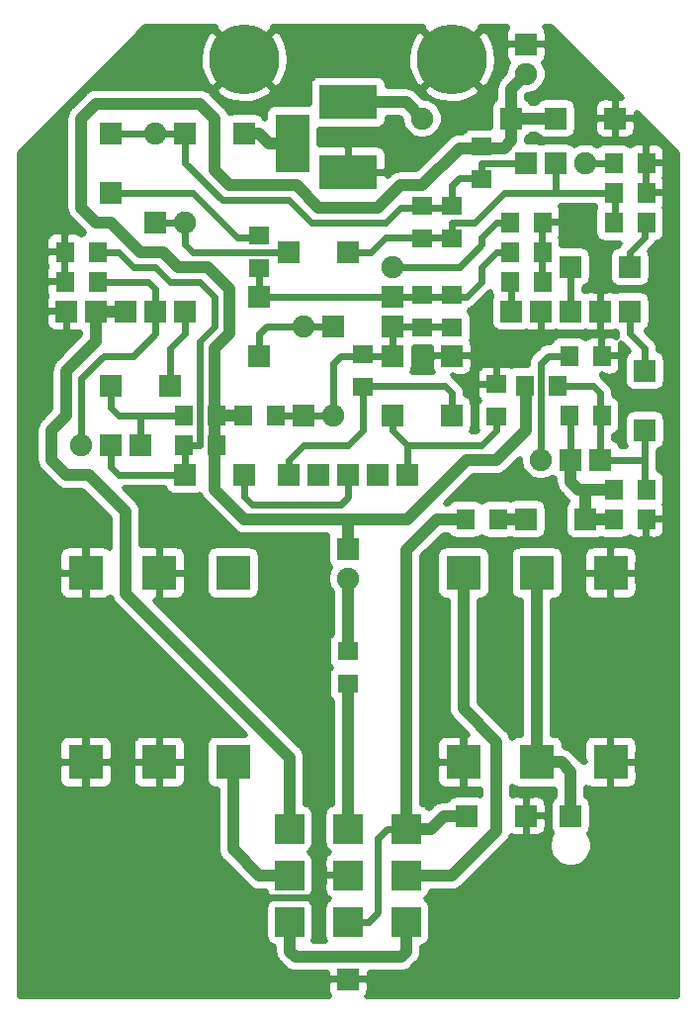
<source format=gbr>
G04 #@! TF.GenerationSoftware,KiCad,Pcbnew,5.1.6-c6e7f7d~87~ubuntu19.10.1*
G04 #@! TF.CreationDate,2022-03-29T21:19:22+06:00*
G04 #@! TF.ProjectId,big_muff_r3a_nyc,6269675f-6d75-4666-965f-7233615f6e79,3A*
G04 #@! TF.SameCoordinates,Original*
G04 #@! TF.FileFunction,Copper,L2,Bot*
G04 #@! TF.FilePolarity,Positive*
%FSLAX46Y46*%
G04 Gerber Fmt 4.6, Leading zero omitted, Abs format (unit mm)*
G04 Created by KiCad (PCBNEW 5.1.6-c6e7f7d~87~ubuntu19.10.1) date 2022-03-29 21:19:22*
%MOMM*%
%LPD*%
G01*
G04 APERTURE LIST*
G04 #@! TA.AperFunction,ComponentPad*
%ADD10R,1.900000X1.900000*%
G04 #@! TD*
G04 #@! TA.AperFunction,ComponentPad*
%ADD11C,1.900000*%
G04 #@! TD*
G04 #@! TA.AperFunction,SMDPad,CuDef*
%ADD12R,1.800000X1.600000*%
G04 #@! TD*
G04 #@! TA.AperFunction,SMDPad,CuDef*
%ADD13R,1.600000X1.800000*%
G04 #@! TD*
G04 #@! TA.AperFunction,ComponentPad*
%ADD14R,2.500000X2.500000*%
G04 #@! TD*
G04 #@! TA.AperFunction,ComponentPad*
%ADD15R,3.000000X3.000000*%
G04 #@! TD*
G04 #@! TA.AperFunction,ComponentPad*
%ADD16R,5.000000X3.000000*%
G04 #@! TD*
G04 #@! TA.AperFunction,ComponentPad*
%ADD17R,3.000000X5.000000*%
G04 #@! TD*
G04 #@! TA.AperFunction,ComponentPad*
%ADD18C,6.000000*%
G04 #@! TD*
G04 #@! TA.AperFunction,Conductor*
%ADD19C,0.600000*%
G04 #@! TD*
G04 #@! TA.AperFunction,Conductor*
%ADD20C,1.000000*%
G04 #@! TD*
G04 #@! TA.AperFunction,Conductor*
%ADD21C,0.500000*%
G04 #@! TD*
G04 APERTURE END LIST*
D10*
X110490000Y-133350000D03*
X107950000Y-133350000D03*
X105410000Y-133350000D03*
X102870000Y-133350000D03*
X100330000Y-133350000D03*
X129540000Y-119380000D03*
X127000000Y-119380000D03*
X124460000Y-119380000D03*
X121920000Y-119380000D03*
X119380000Y-119380000D03*
X91440000Y-119380000D03*
X88900000Y-119380000D03*
X86360000Y-119380000D03*
X83820000Y-119380000D03*
X81280000Y-119380000D03*
X96520000Y-104140000D03*
X124460000Y-162560000D03*
X105410000Y-176530000D03*
D11*
X125730000Y-106680000D03*
D10*
X123190000Y-106680000D03*
X120650000Y-106680000D03*
D11*
X109220000Y-115570000D03*
D10*
X109220000Y-118110000D03*
X109220000Y-120650000D03*
X127000000Y-132080000D03*
X124460000Y-132080000D03*
D11*
X121920000Y-132080000D03*
X82550000Y-130810000D03*
D10*
X85090000Y-130810000D03*
X87630000Y-130810000D03*
X88900000Y-111760000D03*
D11*
X88900000Y-104140000D03*
D10*
X91440000Y-104140000D03*
D11*
X91440000Y-111760000D03*
D10*
X101600000Y-128270000D03*
D11*
X101600000Y-120650000D03*
D10*
X104140000Y-120650000D03*
D11*
X104140000Y-128270000D03*
D10*
X123190000Y-102870000D03*
X128270000Y-102870000D03*
X109220000Y-123190000D03*
X109220000Y-128270000D03*
X114300000Y-128270000D03*
X114300000Y-123190000D03*
X124460000Y-115570000D03*
X129540000Y-115570000D03*
X130810000Y-124460000D03*
X130810000Y-129540000D03*
X120650000Y-137160000D03*
X125730000Y-137160000D03*
X91440000Y-133350000D03*
X96520000Y-133350000D03*
X85090000Y-125730000D03*
X90170000Y-125730000D03*
X97790000Y-118110000D03*
X97790000Y-123190000D03*
X100330000Y-114300000D03*
X105410000Y-114300000D03*
X85090000Y-104140000D03*
X85090000Y-109220000D03*
D11*
X111760000Y-102870000D03*
D10*
X119380000Y-102870000D03*
D12*
X114300000Y-110360000D03*
X114300000Y-113160000D03*
X114300000Y-120780000D03*
X114300000Y-117980000D03*
D13*
X127130000Y-128270000D03*
X124330000Y-128270000D03*
X130940000Y-134620000D03*
X128140000Y-134620000D03*
X128140000Y-137160000D03*
X130940000Y-137160000D03*
X118240000Y-137160000D03*
X115440000Y-137160000D03*
X120520000Y-125730000D03*
X123320000Y-125730000D03*
D12*
X118110000Y-125600000D03*
X118110000Y-128400000D03*
D13*
X124330000Y-123190000D03*
X127130000Y-123190000D03*
X128140000Y-106680000D03*
X130940000Y-106680000D03*
X128140000Y-109220000D03*
X130940000Y-109220000D03*
X128140000Y-111760000D03*
X130940000Y-111760000D03*
X119250000Y-116840000D03*
X122050000Y-116840000D03*
X119250000Y-114300000D03*
X122050000Y-114300000D03*
X119250000Y-111760000D03*
X122050000Y-111760000D03*
D12*
X116840000Y-105280000D03*
X116840000Y-108080000D03*
X111760000Y-110360000D03*
X111760000Y-113160000D03*
X111760000Y-120780000D03*
X111760000Y-117980000D03*
X97790000Y-115700000D03*
X97790000Y-112900000D03*
X106680000Y-125860000D03*
X106680000Y-123060000D03*
D13*
X99190000Y-128270000D03*
X96390000Y-128270000D03*
X94110000Y-128270000D03*
X91310000Y-128270000D03*
X94110000Y-130810000D03*
X91310000Y-130810000D03*
X83950000Y-114300000D03*
X81150000Y-114300000D03*
X83950000Y-116840000D03*
X81150000Y-116840000D03*
D10*
X115570000Y-162560000D03*
X120650000Y-162560000D03*
D12*
X105410000Y-148460000D03*
X105410000Y-151260000D03*
D11*
X120650000Y-99060000D03*
D10*
X120650000Y-96520000D03*
D11*
X105410000Y-142240000D03*
D10*
X105410000Y-139700000D03*
D14*
X110410000Y-167640000D03*
X110410000Y-171640000D03*
X110410000Y-163640000D03*
X105410000Y-167640000D03*
X105410000Y-171640000D03*
X105410000Y-163640000D03*
X100410000Y-163640000D03*
X100410000Y-167640000D03*
X100410000Y-171640000D03*
D15*
X95540000Y-141760000D03*
X89240000Y-141760000D03*
X82940000Y-141760000D03*
X95540000Y-157960000D03*
X89240000Y-157960000D03*
X82940000Y-157960000D03*
X115280000Y-157960000D03*
X121580000Y-157960000D03*
X127880000Y-157960000D03*
X115280000Y-141760000D03*
X121580000Y-141760000D03*
X127880000Y-141760000D03*
D16*
X105410000Y-107480000D03*
D17*
X100610000Y-104980000D03*
D16*
X105410000Y-101480000D03*
D18*
X114300000Y-97790000D03*
X96520000Y-97790000D03*
D19*
X98425000Y-169545000D02*
X102235000Y-169545000D01*
D20*
X105410000Y-148460000D02*
X105410000Y-142240000D01*
X105410000Y-163640000D02*
X105410000Y-151260000D01*
X110410000Y-174140000D02*
X110410000Y-171640000D01*
X109925000Y-174625000D02*
X110410000Y-174140000D01*
X100895000Y-174625000D02*
X109925000Y-174625000D01*
X100410000Y-174140000D02*
X100895000Y-174625000D01*
X100410000Y-171640000D02*
X100410000Y-174140000D01*
X114300000Y-167640000D02*
X110410000Y-167640000D01*
X118110000Y-163830000D02*
X114300000Y-167640000D01*
X118110000Y-156210000D02*
X118110000Y-163830000D01*
X115280000Y-153380000D02*
X118110000Y-156210000D01*
X115280000Y-141760000D02*
X115280000Y-153380000D01*
X100410000Y-167640000D02*
X97790000Y-167640000D01*
X95540000Y-165390000D02*
X97790000Y-167640000D01*
X95540000Y-157960000D02*
X95540000Y-165390000D01*
X100610000Y-104980000D02*
X98630000Y-104980000D01*
X98630000Y-104980000D02*
X97790000Y-104140000D01*
X97790000Y-104140000D02*
X96520000Y-104140000D01*
X121580000Y-141760000D02*
X121580000Y-157960000D01*
X124460000Y-158750000D02*
X124460000Y-162560000D01*
X123670000Y-157960000D02*
X124460000Y-158750000D01*
X121580000Y-157960000D02*
X123670000Y-157960000D01*
X105410000Y-101480000D02*
X110370000Y-101480000D01*
X110370000Y-101480000D02*
X111760000Y-102870000D01*
D19*
X124460000Y-128270000D02*
X124460000Y-132080000D01*
D20*
X128140000Y-137160000D02*
X125730000Y-137160000D01*
X125730000Y-134620000D02*
X125730000Y-137160000D01*
X128140000Y-134620000D02*
X125730000Y-134620000D01*
X124460000Y-133985000D02*
X125095000Y-134620000D01*
X124460000Y-132080000D02*
X124460000Y-133985000D01*
X125095000Y-134620000D02*
X125730000Y-134620000D01*
D19*
X127000000Y-132080000D02*
X130810000Y-132080000D01*
X130810000Y-132080000D02*
X130810000Y-129540000D01*
X130810000Y-132080000D02*
X130810000Y-134620000D01*
X127000000Y-126365000D02*
X127000000Y-132080000D01*
X126365000Y-125730000D02*
X127000000Y-126365000D01*
X123320000Y-125730000D02*
X126365000Y-125730000D01*
X130810000Y-122555000D02*
X130810000Y-124460000D01*
X129540000Y-121285000D02*
X130810000Y-122555000D01*
X129540000Y-119380000D02*
X129540000Y-121285000D01*
X124460000Y-115570000D02*
X124460000Y-119380000D01*
X129540000Y-115570000D02*
X129540000Y-114300000D01*
X129540000Y-114300000D02*
X130810000Y-113030000D01*
X130810000Y-113030000D02*
X130810000Y-111760000D01*
X108585000Y-113030000D02*
X111760000Y-113030000D01*
X111760000Y-113030000D02*
X114300000Y-113030000D01*
X128270000Y-109220000D02*
X128270000Y-111760000D01*
X128140000Y-109220000D02*
X123190000Y-109220000D01*
X123190000Y-106680000D02*
X123190000Y-109220000D01*
X118745000Y-109220000D02*
X123190000Y-109220000D01*
X116205000Y-111760000D02*
X118745000Y-109220000D01*
X114300000Y-111760000D02*
X116205000Y-111760000D01*
X114300000Y-113030000D02*
X114300000Y-111760000D01*
X107315000Y-114300000D02*
X108585000Y-113030000D01*
X105410000Y-114300000D02*
X107315000Y-114300000D01*
X88900000Y-111760000D02*
X91440000Y-111760000D01*
X91440000Y-111760000D02*
X91440000Y-113665000D01*
X91440000Y-113665000D02*
X92075000Y-114300000D01*
X92075000Y-114300000D02*
X100330000Y-114300000D01*
X109855000Y-110490000D02*
X111760000Y-110490000D01*
X111760000Y-110490000D02*
X114300000Y-110490000D01*
X91440000Y-104140000D02*
X88900000Y-104140000D01*
X85090000Y-104140000D02*
X88900000Y-104140000D01*
X114300000Y-110490000D02*
X114300000Y-108585000D01*
X94615000Y-109855000D02*
X91440000Y-106680000D01*
X100330000Y-109855000D02*
X94615000Y-109855000D01*
X102235000Y-111760000D02*
X100330000Y-109855000D01*
X91440000Y-106680000D02*
X91440000Y-104140000D01*
X108585000Y-111760000D02*
X102235000Y-111760000D01*
X109855000Y-110490000D02*
X108585000Y-111760000D01*
X114935000Y-107950000D02*
X114300000Y-108585000D01*
X116840000Y-107950000D02*
X114935000Y-107950000D01*
X116840000Y-106680000D02*
X116840000Y-107950000D01*
X120650000Y-106680000D02*
X116840000Y-106680000D01*
X95885000Y-113030000D02*
X97790000Y-113030000D01*
X92075000Y-109220000D02*
X95885000Y-113030000D01*
X85090000Y-109220000D02*
X92075000Y-109220000D01*
X114300000Y-118110000D02*
X115570000Y-118110000D01*
X111760000Y-118110000D02*
X114300000Y-118110000D01*
X109220000Y-118110000D02*
X111760000Y-118110000D01*
X97790000Y-115700000D02*
X97790000Y-118110000D01*
X97790000Y-118110000D02*
X109220000Y-118110000D01*
X118110000Y-114300000D02*
X119250000Y-114300000D01*
X116840000Y-115570000D02*
X118110000Y-114300000D01*
X116840000Y-116840000D02*
X116840000Y-115570000D01*
X115570000Y-118110000D02*
X116840000Y-116840000D01*
X101600000Y-120650000D02*
X104140000Y-120650000D01*
X98425000Y-120650000D02*
X101600000Y-120650000D01*
X97790000Y-121285000D02*
X98425000Y-120650000D01*
X97790000Y-123190000D02*
X97790000Y-121285000D01*
X109220000Y-120650000D02*
X109220000Y-123190000D01*
X101600000Y-128270000D02*
X104140000Y-128270000D01*
X99190000Y-128270000D02*
X101600000Y-128270000D01*
X106680000Y-123190000D02*
X109220000Y-123190000D01*
X104775000Y-123190000D02*
X106680000Y-123190000D01*
X104140000Y-123825000D02*
X104775000Y-123190000D01*
X104140000Y-128270000D02*
X104140000Y-123825000D01*
X111760000Y-120650000D02*
X114300000Y-120650000D01*
X109220000Y-120650000D02*
X111760000Y-120650000D01*
X109220000Y-128270000D02*
X109220000Y-129540000D01*
X109220000Y-129540000D02*
X110490000Y-130810000D01*
X116840000Y-130810000D02*
X110490000Y-130810000D01*
X116840000Y-130810000D02*
X118110000Y-129540000D01*
X118110000Y-128400000D02*
X118110000Y-129540000D01*
X110490000Y-130810000D02*
X110490000Y-133350000D01*
X100330000Y-132080000D02*
X100330000Y-133350000D01*
X101600000Y-130810000D02*
X100330000Y-132080000D01*
X106680000Y-129540000D02*
X105410000Y-130810000D01*
X113665000Y-125730000D02*
X106680000Y-125730000D01*
X114300000Y-126365000D02*
X113665000Y-125730000D01*
X105410000Y-130810000D02*
X101600000Y-130810000D01*
X106680000Y-125730000D02*
X106680000Y-129540000D01*
X114300000Y-128270000D02*
X114300000Y-126365000D01*
X105410000Y-135255000D02*
X105410000Y-133350000D01*
X104775000Y-135890000D02*
X105410000Y-135255000D01*
X97155000Y-135890000D02*
X104775000Y-135890000D01*
X96520000Y-135255000D02*
X97155000Y-135890000D01*
X96520000Y-133350000D02*
X96520000Y-135255000D01*
X91440000Y-133350000D02*
X91440000Y-130810000D01*
X85090000Y-132715000D02*
X85725000Y-133350000D01*
X85725000Y-133350000D02*
X91440000Y-133350000D01*
X85090000Y-130810000D02*
X85090000Y-132715000D01*
X92710000Y-130810000D02*
X91310000Y-130810000D01*
X92710000Y-121920000D02*
X92710000Y-130810000D01*
X93980000Y-120650000D02*
X92710000Y-121920000D01*
X93980000Y-118110000D02*
X93980000Y-120650000D01*
X90170000Y-116840000D02*
X92710000Y-116840000D01*
X92710000Y-116840000D02*
X93980000Y-118110000D01*
X88900000Y-115570000D02*
X90170000Y-116840000D01*
X86995000Y-115570000D02*
X88900000Y-115570000D01*
X85725000Y-114300000D02*
X86995000Y-115570000D01*
X83950000Y-114300000D02*
X85725000Y-114300000D01*
X91310000Y-128270000D02*
X87630000Y-128270000D01*
X87630000Y-130810000D02*
X87630000Y-128270000D01*
X85725000Y-128270000D02*
X87630000Y-128270000D01*
X85090000Y-127635000D02*
X85725000Y-128270000D01*
X85090000Y-125730000D02*
X85090000Y-127635000D01*
X90170000Y-122555000D02*
X91440000Y-121285000D01*
X91440000Y-121285000D02*
X91440000Y-119380000D01*
X90170000Y-125730000D02*
X90170000Y-122555000D01*
X119250000Y-119250000D02*
X119380000Y-119380000D01*
X119380000Y-119380000D02*
X119380000Y-116840000D01*
D20*
X118240000Y-137160000D02*
X120650000Y-137160000D01*
X93980000Y-134620000D02*
X93980000Y-130810000D01*
X93980000Y-128270000D02*
X93980000Y-122555000D01*
X93980000Y-130810000D02*
X93980000Y-128270000D01*
X116840000Y-105410000D02*
X118745000Y-105410000D01*
X114935000Y-105410000D02*
X116840000Y-105410000D01*
X96390000Y-128270000D02*
X94110000Y-128270000D01*
X115570000Y-132080000D02*
X118110000Y-132080000D01*
X118110000Y-132080000D02*
X120650000Y-129540000D01*
X120650000Y-129540000D02*
X120650000Y-125730000D01*
X110490000Y-137160000D02*
X115570000Y-132080000D01*
X119380000Y-102870000D02*
X123190000Y-102870000D01*
X119380000Y-102870000D02*
X119380000Y-100330000D01*
X119380000Y-100330000D02*
X120650000Y-99060000D01*
X105410000Y-137160000D02*
X105410000Y-139700000D01*
X105410000Y-137160000D02*
X110490000Y-137160000D01*
X119380000Y-104775000D02*
X119380000Y-102870000D01*
X118745000Y-105410000D02*
X119380000Y-104775000D01*
X111760000Y-108585000D02*
X114935000Y-105410000D01*
X93980000Y-107315000D02*
X95250000Y-108585000D01*
X93980000Y-102870000D02*
X93980000Y-107315000D01*
X92710000Y-101600000D02*
X93980000Y-102870000D01*
X83820000Y-101600000D02*
X92710000Y-101600000D01*
X82550000Y-102870000D02*
X83820000Y-101600000D01*
X96520000Y-137160000D02*
X93980000Y-134620000D01*
X95250000Y-108585000D02*
X100965000Y-108585000D01*
X90805000Y-115570000D02*
X89535000Y-114300000D01*
X109855000Y-108585000D02*
X111760000Y-108585000D01*
X93980000Y-122555000D02*
X95250000Y-121285000D01*
X102870000Y-110490000D02*
X107950000Y-110490000D01*
X87630000Y-114300000D02*
X85090000Y-111760000D01*
X95250000Y-117475000D02*
X93345000Y-115570000D01*
X107950000Y-110490000D02*
X109855000Y-108585000D01*
X85090000Y-111760000D02*
X83820000Y-111760000D01*
X105410000Y-137160000D02*
X96520000Y-137160000D01*
X93345000Y-115570000D02*
X90805000Y-115570000D01*
X95250000Y-121285000D02*
X95250000Y-117475000D01*
X83820000Y-111760000D02*
X82550000Y-110490000D01*
X100965000Y-108585000D02*
X102870000Y-110490000D01*
X89535000Y-114300000D02*
X87630000Y-114300000D01*
X82550000Y-110490000D02*
X82550000Y-102870000D01*
X113570000Y-162560000D02*
X115570000Y-162560000D01*
X110410000Y-163640000D02*
X112490000Y-163640000D01*
X112490000Y-163640000D02*
X113570000Y-162560000D01*
X113030000Y-137160000D02*
X115440000Y-137160000D01*
X110410000Y-163640000D02*
X110410000Y-139780000D01*
X110410000Y-139780000D02*
X113030000Y-137160000D01*
D19*
X105410000Y-171640000D02*
X107125000Y-171640000D01*
X107125000Y-171640000D02*
X107950000Y-170815000D01*
X110410000Y-163640000D02*
X108775000Y-163640000D01*
X108775000Y-163640000D02*
X107950000Y-164465000D01*
X107950000Y-164465000D02*
X107950000Y-170815000D01*
D20*
X83820000Y-119380000D02*
X86360000Y-119380000D01*
X86360000Y-136525000D02*
X86360000Y-143510000D01*
X83185000Y-133350000D02*
X86360000Y-136525000D01*
X86360000Y-143510000D02*
X100410000Y-157560000D01*
X81280000Y-133350000D02*
X83185000Y-133350000D01*
X80010000Y-132080000D02*
X81280000Y-133350000D01*
X80010000Y-129540000D02*
X80010000Y-132080000D01*
X100410000Y-157560000D02*
X100410000Y-163640000D01*
X81280000Y-124460000D02*
X81280000Y-128270000D01*
X83820000Y-121920000D02*
X81280000Y-124460000D01*
X81280000Y-128270000D02*
X80010000Y-129540000D01*
X83820000Y-119380000D02*
X83820000Y-121920000D01*
D19*
X122555000Y-123190000D02*
X124330000Y-123190000D01*
X121920000Y-123825000D02*
X122555000Y-123190000D01*
X121920000Y-132080000D02*
X121920000Y-123825000D01*
X128140000Y-106680000D02*
X125730000Y-106680000D01*
X116840000Y-113030000D02*
X118110000Y-111760000D01*
X116840000Y-113665000D02*
X116840000Y-113030000D01*
X118110000Y-111760000D02*
X119250000Y-111760000D01*
X114935000Y-115570000D02*
X116840000Y-113665000D01*
X109220000Y-115570000D02*
X114935000Y-115570000D01*
X88900000Y-121285000D02*
X88900000Y-119380000D01*
X86995000Y-123190000D02*
X88900000Y-121285000D01*
X84455000Y-123190000D02*
X86995000Y-123190000D01*
X82550000Y-125095000D02*
X84455000Y-123190000D01*
X82550000Y-130810000D02*
X82550000Y-125095000D01*
X88900000Y-117475000D02*
X88900000Y-119380000D01*
X88265000Y-116840000D02*
X88900000Y-117475000D01*
X83950000Y-116840000D02*
X88265000Y-116840000D01*
D21*
G36*
X93970324Y-95169613D02*
G01*
X96520000Y-97719289D01*
X99069676Y-95169613D01*
X98987651Y-95030000D01*
X111832349Y-95030000D01*
X111750324Y-95169613D01*
X114300000Y-97719289D01*
X116849676Y-95169613D01*
X116767651Y-95030000D01*
X119043569Y-95030000D01*
X118989831Y-95095480D01*
X118910902Y-95243145D01*
X118862299Y-95403371D01*
X118845887Y-95570000D01*
X118850000Y-96257500D01*
X119062500Y-96470000D01*
X120600000Y-96470000D01*
X120600000Y-96450000D01*
X120700000Y-96450000D01*
X120700000Y-96470000D01*
X122237500Y-96470000D01*
X122450000Y-96257500D01*
X122454113Y-95570000D01*
X122437701Y-95403371D01*
X122389098Y-95243145D01*
X122310169Y-95095480D01*
X122256431Y-95030000D01*
X122755077Y-95030000D01*
X128793515Y-101068438D01*
X128532500Y-101070000D01*
X128320000Y-101282500D01*
X128320000Y-102820000D01*
X129857500Y-102820000D01*
X130070000Y-102607500D01*
X130071562Y-102346485D01*
X133570000Y-105844924D01*
X133570001Y-178020000D01*
X107016431Y-178020000D01*
X107070169Y-177954520D01*
X107149098Y-177806855D01*
X107197701Y-177646629D01*
X107214113Y-177480000D01*
X107210000Y-176792500D01*
X106997500Y-176580000D01*
X105460000Y-176580000D01*
X105460000Y-176600000D01*
X105360000Y-176600000D01*
X105360000Y-176580000D01*
X103822500Y-176580000D01*
X103610000Y-176792500D01*
X103605887Y-177480000D01*
X103622299Y-177646629D01*
X103670902Y-177806855D01*
X103749831Y-177954520D01*
X103803569Y-178020000D01*
X77250000Y-178020000D01*
X77250000Y-159460000D01*
X80585887Y-159460000D01*
X80602299Y-159626629D01*
X80650902Y-159786855D01*
X80729831Y-159934520D01*
X80836051Y-160063949D01*
X80965480Y-160170169D01*
X81113145Y-160249098D01*
X81273371Y-160297701D01*
X81440000Y-160314113D01*
X82677500Y-160310000D01*
X82890000Y-160097500D01*
X82890000Y-158010000D01*
X82990000Y-158010000D01*
X82990000Y-160097500D01*
X83202500Y-160310000D01*
X84440000Y-160314113D01*
X84606629Y-160297701D01*
X84766855Y-160249098D01*
X84914520Y-160170169D01*
X85043949Y-160063949D01*
X85150169Y-159934520D01*
X85229098Y-159786855D01*
X85277701Y-159626629D01*
X85294113Y-159460000D01*
X86885887Y-159460000D01*
X86902299Y-159626629D01*
X86950902Y-159786855D01*
X87029831Y-159934520D01*
X87136051Y-160063949D01*
X87265480Y-160170169D01*
X87413145Y-160249098D01*
X87573371Y-160297701D01*
X87740000Y-160314113D01*
X88977500Y-160310000D01*
X89190000Y-160097500D01*
X89190000Y-158010000D01*
X89290000Y-158010000D01*
X89290000Y-160097500D01*
X89502500Y-160310000D01*
X90740000Y-160314113D01*
X90906629Y-160297701D01*
X91066855Y-160249098D01*
X91214520Y-160170169D01*
X91343949Y-160063949D01*
X91450169Y-159934520D01*
X91529098Y-159786855D01*
X91577701Y-159626629D01*
X91594113Y-159460000D01*
X91590000Y-158222500D01*
X91377500Y-158010000D01*
X89290000Y-158010000D01*
X89190000Y-158010000D01*
X87102500Y-158010000D01*
X86890000Y-158222500D01*
X86885887Y-159460000D01*
X85294113Y-159460000D01*
X85290000Y-158222500D01*
X85077500Y-158010000D01*
X82990000Y-158010000D01*
X82890000Y-158010000D01*
X80802500Y-158010000D01*
X80590000Y-158222500D01*
X80585887Y-159460000D01*
X77250000Y-159460000D01*
X77250000Y-156460000D01*
X80585887Y-156460000D01*
X80590000Y-157697500D01*
X80802500Y-157910000D01*
X82890000Y-157910000D01*
X82890000Y-155822500D01*
X82990000Y-155822500D01*
X82990000Y-157910000D01*
X85077500Y-157910000D01*
X85290000Y-157697500D01*
X85294113Y-156460000D01*
X86885887Y-156460000D01*
X86890000Y-157697500D01*
X87102500Y-157910000D01*
X89190000Y-157910000D01*
X89190000Y-155822500D01*
X89290000Y-155822500D01*
X89290000Y-157910000D01*
X91377500Y-157910000D01*
X91590000Y-157697500D01*
X91594113Y-156460000D01*
X91577701Y-156293371D01*
X91529098Y-156133145D01*
X91450169Y-155985480D01*
X91343949Y-155856051D01*
X91214520Y-155749831D01*
X91066855Y-155670902D01*
X90906629Y-155622299D01*
X90740000Y-155605887D01*
X89502500Y-155610000D01*
X89290000Y-155822500D01*
X89190000Y-155822500D01*
X88977500Y-155610000D01*
X87740000Y-155605887D01*
X87573371Y-155622299D01*
X87413145Y-155670902D01*
X87265480Y-155749831D01*
X87136051Y-155856051D01*
X87029831Y-155985480D01*
X86950902Y-156133145D01*
X86902299Y-156293371D01*
X86885887Y-156460000D01*
X85294113Y-156460000D01*
X85277701Y-156293371D01*
X85229098Y-156133145D01*
X85150169Y-155985480D01*
X85043949Y-155856051D01*
X84914520Y-155749831D01*
X84766855Y-155670902D01*
X84606629Y-155622299D01*
X84440000Y-155605887D01*
X83202500Y-155610000D01*
X82990000Y-155822500D01*
X82890000Y-155822500D01*
X82677500Y-155610000D01*
X81440000Y-155605887D01*
X81273371Y-155622299D01*
X81113145Y-155670902D01*
X80965480Y-155749831D01*
X80836051Y-155856051D01*
X80729831Y-155985480D01*
X80650902Y-156133145D01*
X80602299Y-156293371D01*
X80585887Y-156460000D01*
X77250000Y-156460000D01*
X77250000Y-143260000D01*
X80585887Y-143260000D01*
X80602299Y-143426629D01*
X80650902Y-143586855D01*
X80729831Y-143734520D01*
X80836051Y-143863949D01*
X80965480Y-143970169D01*
X81113145Y-144049098D01*
X81273371Y-144097701D01*
X81440000Y-144114113D01*
X82677500Y-144110000D01*
X82890000Y-143897500D01*
X82890000Y-141810000D01*
X80802500Y-141810000D01*
X80590000Y-142022500D01*
X80585887Y-143260000D01*
X77250000Y-143260000D01*
X77250000Y-140260000D01*
X80585887Y-140260000D01*
X80590000Y-141497500D01*
X80802500Y-141710000D01*
X82890000Y-141710000D01*
X82890000Y-139622500D01*
X82677500Y-139410000D01*
X81440000Y-139405887D01*
X81273371Y-139422299D01*
X81113145Y-139470902D01*
X80965480Y-139549831D01*
X80836051Y-139656051D01*
X80729831Y-139785480D01*
X80650902Y-139933145D01*
X80602299Y-140093371D01*
X80585887Y-140260000D01*
X77250000Y-140260000D01*
X77250000Y-129540000D01*
X78653468Y-129540000D01*
X78660000Y-129606319D01*
X78660001Y-132013671D01*
X78653468Y-132080000D01*
X78679534Y-132344646D01*
X78756729Y-132599122D01*
X78882085Y-132833649D01*
X79008510Y-132987698D01*
X79008514Y-132987702D01*
X79050788Y-133039213D01*
X79102299Y-133081487D01*
X80278513Y-134257702D01*
X80320787Y-134309213D01*
X80372298Y-134351487D01*
X80372301Y-134351490D01*
X80526350Y-134477915D01*
X80651707Y-134544919D01*
X80760878Y-134603272D01*
X81015354Y-134680467D01*
X81213679Y-134700000D01*
X81213688Y-134700000D01*
X81279999Y-134706531D01*
X81346310Y-134700000D01*
X82625812Y-134700000D01*
X85010000Y-137084189D01*
X85010000Y-139628190D01*
X84914520Y-139549831D01*
X84766855Y-139470902D01*
X84606629Y-139422299D01*
X84440000Y-139405887D01*
X83202500Y-139410000D01*
X82990000Y-139622500D01*
X82990000Y-141710000D01*
X83010000Y-141710000D01*
X83010000Y-141810000D01*
X82990000Y-141810000D01*
X82990000Y-143897500D01*
X83202500Y-144110000D01*
X84440000Y-144114113D01*
X84606629Y-144097701D01*
X84766855Y-144049098D01*
X84914520Y-143970169D01*
X85043949Y-143863949D01*
X85053203Y-143852673D01*
X85106729Y-144029122D01*
X85232085Y-144263649D01*
X85358510Y-144417698D01*
X85358514Y-144417702D01*
X85400788Y-144469213D01*
X85452299Y-144511487D01*
X96546700Y-155605888D01*
X94040000Y-155605888D01*
X93873371Y-155622300D01*
X93713145Y-155670903D01*
X93565481Y-155749832D01*
X93436052Y-155856052D01*
X93329832Y-155985481D01*
X93250903Y-156133145D01*
X93202300Y-156293371D01*
X93185888Y-156460000D01*
X93185888Y-159460000D01*
X93202300Y-159626629D01*
X93250903Y-159786855D01*
X93329832Y-159934519D01*
X93436052Y-160063948D01*
X93565481Y-160170168D01*
X93713145Y-160249097D01*
X93873371Y-160297700D01*
X94040000Y-160314112D01*
X94190000Y-160314112D01*
X94190001Y-165323671D01*
X94183468Y-165390000D01*
X94209534Y-165654646D01*
X94286729Y-165909122D01*
X94412085Y-166143649D01*
X94538510Y-166297698D01*
X94538514Y-166297702D01*
X94580788Y-166349213D01*
X94632299Y-166391487D01*
X96788509Y-168547697D01*
X96830787Y-168599213D01*
X96882302Y-168641490D01*
X97036351Y-168767915D01*
X97270877Y-168893272D01*
X97525354Y-168970467D01*
X97790000Y-168996532D01*
X97856321Y-168990000D01*
X98315737Y-168990000D01*
X98322300Y-169056629D01*
X98370903Y-169216855D01*
X98449832Y-169364519D01*
X98556052Y-169493948D01*
X98685481Y-169600168D01*
X98760001Y-169640000D01*
X98685481Y-169679832D01*
X98556052Y-169786052D01*
X98449832Y-169915481D01*
X98370903Y-170063145D01*
X98322300Y-170223371D01*
X98305888Y-170390000D01*
X98305888Y-172890000D01*
X98322300Y-173056629D01*
X98370903Y-173216855D01*
X98449832Y-173364519D01*
X98556052Y-173493948D01*
X98685481Y-173600168D01*
X98833145Y-173679097D01*
X98993371Y-173727700D01*
X99060001Y-173734263D01*
X99060001Y-174073671D01*
X99053468Y-174140000D01*
X99079534Y-174404646D01*
X99156729Y-174659122D01*
X99282085Y-174893649D01*
X99408510Y-175047698D01*
X99408514Y-175047702D01*
X99450788Y-175099213D01*
X99502300Y-175141488D01*
X99893505Y-175532692D01*
X99935787Y-175584213D01*
X100141351Y-175752915D01*
X100375878Y-175878272D01*
X100630354Y-175955467D01*
X100828679Y-175975000D01*
X100828681Y-175975000D01*
X100895000Y-175981532D01*
X100961319Y-175975000D01*
X103608250Y-175975000D01*
X103610000Y-176267500D01*
X103822500Y-176480000D01*
X105360000Y-176480000D01*
X105360000Y-176460000D01*
X105460000Y-176460000D01*
X105460000Y-176480000D01*
X106997500Y-176480000D01*
X107210000Y-176267500D01*
X107211750Y-175975000D01*
X109858681Y-175975000D01*
X109925000Y-175981532D01*
X109991319Y-175975000D01*
X109991321Y-175975000D01*
X110189646Y-175955467D01*
X110444122Y-175878272D01*
X110678649Y-175752915D01*
X110884213Y-175584213D01*
X110926492Y-175532696D01*
X111317696Y-175141491D01*
X111369212Y-175099213D01*
X111537915Y-174893649D01*
X111663272Y-174659122D01*
X111740467Y-174404646D01*
X111760000Y-174206321D01*
X111760000Y-174206319D01*
X111766532Y-174140000D01*
X111760000Y-174073681D01*
X111760000Y-173734263D01*
X111826629Y-173727700D01*
X111986855Y-173679097D01*
X112134519Y-173600168D01*
X112263948Y-173493948D01*
X112370168Y-173364519D01*
X112449097Y-173216855D01*
X112497700Y-173056629D01*
X112514112Y-172890000D01*
X112514112Y-170390000D01*
X112497700Y-170223371D01*
X112449097Y-170063145D01*
X112370168Y-169915481D01*
X112263948Y-169786052D01*
X112134519Y-169679832D01*
X112059999Y-169640000D01*
X112134519Y-169600168D01*
X112263948Y-169493948D01*
X112370168Y-169364519D01*
X112449097Y-169216855D01*
X112497700Y-169056629D01*
X112504263Y-168990000D01*
X114233681Y-168990000D01*
X114300000Y-168996532D01*
X114366319Y-168990000D01*
X114366321Y-168990000D01*
X114564646Y-168970467D01*
X114819122Y-168893272D01*
X115053649Y-168767915D01*
X115259213Y-168599213D01*
X115301491Y-168547697D01*
X119017697Y-164831491D01*
X119069213Y-164789213D01*
X119150275Y-164690439D01*
X119237915Y-164583650D01*
X119363272Y-164349123D01*
X119378000Y-164300571D01*
X119533371Y-164347701D01*
X119700000Y-164364113D01*
X120387500Y-164360000D01*
X120600000Y-164147500D01*
X120600000Y-162610000D01*
X120700000Y-162610000D01*
X120700000Y-164147500D01*
X120912500Y-164360000D01*
X121600000Y-164364113D01*
X121766629Y-164347701D01*
X121926855Y-164299098D01*
X122074520Y-164220169D01*
X122203949Y-164113949D01*
X122310169Y-163984520D01*
X122389098Y-163836855D01*
X122437701Y-163676629D01*
X122454113Y-163510000D01*
X122450000Y-162822500D01*
X122237500Y-162610000D01*
X120700000Y-162610000D01*
X120600000Y-162610000D01*
X120580000Y-162610000D01*
X120580000Y-162510000D01*
X120600000Y-162510000D01*
X120600000Y-160972500D01*
X120700000Y-160972500D01*
X120700000Y-162510000D01*
X122237500Y-162510000D01*
X122450000Y-162297500D01*
X122454113Y-161610000D01*
X122437701Y-161443371D01*
X122389098Y-161283145D01*
X122310169Y-161135480D01*
X122203949Y-161006051D01*
X122074520Y-160899831D01*
X121926855Y-160820902D01*
X121766629Y-160772299D01*
X121600000Y-160755887D01*
X120912500Y-160760000D01*
X120700000Y-160972500D01*
X120600000Y-160972500D01*
X120387500Y-160760000D01*
X119700000Y-160755887D01*
X119533371Y-160772299D01*
X119460000Y-160794555D01*
X119460000Y-160044389D01*
X119476052Y-160063948D01*
X119605481Y-160170168D01*
X119753145Y-160249097D01*
X119913371Y-160297700D01*
X120080000Y-160314112D01*
X123080000Y-160314112D01*
X123110000Y-160311157D01*
X123110001Y-160860000D01*
X123035481Y-160899832D01*
X122906052Y-161006052D01*
X122799832Y-161135481D01*
X122720903Y-161283145D01*
X122672300Y-161443371D01*
X122655888Y-161610000D01*
X122655888Y-163510000D01*
X122672300Y-163676629D01*
X122720903Y-163836855D01*
X122799832Y-163984519D01*
X122859067Y-164056697D01*
X122766711Y-164194918D01*
X122622675Y-164542653D01*
X122549245Y-164911807D01*
X122549245Y-165288193D01*
X122622675Y-165657347D01*
X122766711Y-166005082D01*
X122975820Y-166318035D01*
X123241965Y-166584180D01*
X123554918Y-166793289D01*
X123902653Y-166937325D01*
X124271807Y-167010755D01*
X124648193Y-167010755D01*
X125017347Y-166937325D01*
X125365082Y-166793289D01*
X125678035Y-166584180D01*
X125944180Y-166318035D01*
X126153289Y-166005082D01*
X126297325Y-165657347D01*
X126370755Y-165288193D01*
X126370755Y-164911807D01*
X126297325Y-164542653D01*
X126153289Y-164194918D01*
X126060933Y-164056697D01*
X126120168Y-163984519D01*
X126199097Y-163836855D01*
X126247700Y-163676629D01*
X126264112Y-163510000D01*
X126264112Y-161610000D01*
X126247700Y-161443371D01*
X126199097Y-161283145D01*
X126120168Y-161135481D01*
X126013948Y-161006052D01*
X125884519Y-160899832D01*
X125810000Y-160860000D01*
X125810000Y-160091810D01*
X125905480Y-160170169D01*
X126053145Y-160249098D01*
X126213371Y-160297701D01*
X126380000Y-160314113D01*
X127617500Y-160310000D01*
X127830000Y-160097500D01*
X127830000Y-158010000D01*
X127930000Y-158010000D01*
X127930000Y-160097500D01*
X128142500Y-160310000D01*
X129380000Y-160314113D01*
X129546629Y-160297701D01*
X129706855Y-160249098D01*
X129854520Y-160170169D01*
X129983949Y-160063949D01*
X130090169Y-159934520D01*
X130169098Y-159786855D01*
X130217701Y-159626629D01*
X130234113Y-159460000D01*
X130230000Y-158222500D01*
X130017500Y-158010000D01*
X127930000Y-158010000D01*
X127830000Y-158010000D01*
X127810000Y-158010000D01*
X127810000Y-157910000D01*
X127830000Y-157910000D01*
X127830000Y-155822500D01*
X127930000Y-155822500D01*
X127930000Y-157910000D01*
X130017500Y-157910000D01*
X130230000Y-157697500D01*
X130234113Y-156460000D01*
X130217701Y-156293371D01*
X130169098Y-156133145D01*
X130090169Y-155985480D01*
X129983949Y-155856051D01*
X129854520Y-155749831D01*
X129706855Y-155670902D01*
X129546629Y-155622299D01*
X129380000Y-155605887D01*
X128142500Y-155610000D01*
X127930000Y-155822500D01*
X127830000Y-155822500D01*
X127617500Y-155610000D01*
X126380000Y-155605887D01*
X126213371Y-155622299D01*
X126053145Y-155670902D01*
X125905480Y-155749831D01*
X125776051Y-155856051D01*
X125669831Y-155985480D01*
X125590902Y-156133145D01*
X125542299Y-156293371D01*
X125525887Y-156460000D01*
X125530000Y-157697500D01*
X125742498Y-157909998D01*
X125530000Y-157909998D01*
X125530000Y-157925781D01*
X125461490Y-157842303D01*
X125419212Y-157790787D01*
X125367696Y-157748509D01*
X124671492Y-157052304D01*
X124629213Y-157000787D01*
X124423649Y-156832085D01*
X124189122Y-156706728D01*
X123934646Y-156629533D01*
X123934112Y-156629480D01*
X123934112Y-156460000D01*
X123917700Y-156293371D01*
X123869097Y-156133145D01*
X123790168Y-155985481D01*
X123683948Y-155856052D01*
X123554519Y-155749832D01*
X123406855Y-155670903D01*
X123246629Y-155622300D01*
X123080000Y-155605888D01*
X122930000Y-155605888D01*
X122930000Y-144114112D01*
X123080000Y-144114112D01*
X123246629Y-144097700D01*
X123406855Y-144049097D01*
X123554519Y-143970168D01*
X123683948Y-143863948D01*
X123790168Y-143734519D01*
X123869097Y-143586855D01*
X123917700Y-143426629D01*
X123934112Y-143260000D01*
X125525887Y-143260000D01*
X125542299Y-143426629D01*
X125590902Y-143586855D01*
X125669831Y-143734520D01*
X125776051Y-143863949D01*
X125905480Y-143970169D01*
X126053145Y-144049098D01*
X126213371Y-144097701D01*
X126380000Y-144114113D01*
X127617500Y-144110000D01*
X127830000Y-143897500D01*
X127830000Y-141810000D01*
X127930000Y-141810000D01*
X127930000Y-143897500D01*
X128142500Y-144110000D01*
X129380000Y-144114113D01*
X129546629Y-144097701D01*
X129706855Y-144049098D01*
X129854520Y-143970169D01*
X129983949Y-143863949D01*
X130090169Y-143734520D01*
X130169098Y-143586855D01*
X130217701Y-143426629D01*
X130234113Y-143260000D01*
X130230000Y-142022500D01*
X130017500Y-141810000D01*
X127930000Y-141810000D01*
X127830000Y-141810000D01*
X125742500Y-141810000D01*
X125530000Y-142022500D01*
X125525887Y-143260000D01*
X123934112Y-143260000D01*
X123934112Y-140260000D01*
X125525887Y-140260000D01*
X125530000Y-141497500D01*
X125742500Y-141710000D01*
X127830000Y-141710000D01*
X127830000Y-139622500D01*
X127930000Y-139622500D01*
X127930000Y-141710000D01*
X130017500Y-141710000D01*
X130230000Y-141497500D01*
X130234113Y-140260000D01*
X130217701Y-140093371D01*
X130169098Y-139933145D01*
X130090169Y-139785480D01*
X129983949Y-139656051D01*
X129854520Y-139549831D01*
X129706855Y-139470902D01*
X129546629Y-139422299D01*
X129380000Y-139405887D01*
X128142500Y-139410000D01*
X127930000Y-139622500D01*
X127830000Y-139622500D01*
X127617500Y-139410000D01*
X126380000Y-139405887D01*
X126213371Y-139422299D01*
X126053145Y-139470902D01*
X125905480Y-139549831D01*
X125776051Y-139656051D01*
X125669831Y-139785480D01*
X125590902Y-139933145D01*
X125542299Y-140093371D01*
X125525887Y-140260000D01*
X123934112Y-140260000D01*
X123917700Y-140093371D01*
X123869097Y-139933145D01*
X123790168Y-139785481D01*
X123683948Y-139656052D01*
X123554519Y-139549832D01*
X123406855Y-139470903D01*
X123246629Y-139422300D01*
X123080000Y-139405888D01*
X120080000Y-139405888D01*
X119913371Y-139422300D01*
X119753145Y-139470903D01*
X119605481Y-139549832D01*
X119476052Y-139656052D01*
X119369832Y-139785481D01*
X119290903Y-139933145D01*
X119242300Y-140093371D01*
X119225888Y-140260000D01*
X119225888Y-143260000D01*
X119242300Y-143426629D01*
X119290903Y-143586855D01*
X119369832Y-143734519D01*
X119476052Y-143863948D01*
X119605481Y-143970168D01*
X119753145Y-144049097D01*
X119913371Y-144097700D01*
X120080000Y-144114112D01*
X120230000Y-144114112D01*
X120230001Y-155605888D01*
X120080000Y-155605888D01*
X119913371Y-155622300D01*
X119753145Y-155670903D01*
X119605481Y-155749832D01*
X119476052Y-155856052D01*
X119430292Y-155911811D01*
X119363272Y-155690878D01*
X119237915Y-155456351D01*
X119069212Y-155250787D01*
X119017701Y-155208513D01*
X116630000Y-152820812D01*
X116630000Y-144114112D01*
X116780000Y-144114112D01*
X116946629Y-144097700D01*
X117106855Y-144049097D01*
X117254519Y-143970168D01*
X117383948Y-143863948D01*
X117490168Y-143734519D01*
X117569097Y-143586855D01*
X117617700Y-143426629D01*
X117634112Y-143260000D01*
X117634112Y-140260000D01*
X117617700Y-140093371D01*
X117569097Y-139933145D01*
X117490168Y-139785481D01*
X117383948Y-139656052D01*
X117254519Y-139549832D01*
X117106855Y-139470903D01*
X116946629Y-139422300D01*
X116780000Y-139405888D01*
X113780000Y-139405888D01*
X113613371Y-139422300D01*
X113453145Y-139470903D01*
X113305481Y-139549832D01*
X113176052Y-139656052D01*
X113069832Y-139785481D01*
X112990903Y-139933145D01*
X112942300Y-140093371D01*
X112925888Y-140260000D01*
X112925888Y-143260000D01*
X112942300Y-143426629D01*
X112990903Y-143586855D01*
X113069832Y-143734519D01*
X113176052Y-143863948D01*
X113305481Y-143970168D01*
X113453145Y-144049097D01*
X113613371Y-144097700D01*
X113780000Y-144114112D01*
X113930000Y-144114112D01*
X113930001Y-153313671D01*
X113923468Y-153380000D01*
X113949534Y-153644646D01*
X114026729Y-153899122D01*
X114152085Y-154133649D01*
X114278510Y-154287698D01*
X114278514Y-154287702D01*
X114320788Y-154339213D01*
X114372299Y-154381487D01*
X115600619Y-155609807D01*
X115542500Y-155610000D01*
X115330000Y-155822500D01*
X115330000Y-157910000D01*
X115350000Y-157910000D01*
X115350000Y-158010000D01*
X115330000Y-158010000D01*
X115330000Y-160097500D01*
X115542500Y-160310000D01*
X116760001Y-160314047D01*
X116760001Y-160794557D01*
X116686629Y-160772300D01*
X116520000Y-160755888D01*
X114620000Y-160755888D01*
X114453371Y-160772300D01*
X114293145Y-160820903D01*
X114145481Y-160899832D01*
X114016052Y-161006052D01*
X113909832Y-161135481D01*
X113870000Y-161210000D01*
X113636319Y-161210000D01*
X113570000Y-161203468D01*
X113503681Y-161210000D01*
X113503679Y-161210000D01*
X113305354Y-161229533D01*
X113128620Y-161283145D01*
X113050877Y-161306728D01*
X112816350Y-161432085D01*
X112699813Y-161527725D01*
X112610787Y-161600787D01*
X112568509Y-161652303D01*
X112340942Y-161879870D01*
X112263948Y-161786052D01*
X112134519Y-161679832D01*
X111986855Y-161600903D01*
X111826629Y-161552300D01*
X111760000Y-161545737D01*
X111760000Y-159460000D01*
X112925887Y-159460000D01*
X112942299Y-159626629D01*
X112990902Y-159786855D01*
X113069831Y-159934520D01*
X113176051Y-160063949D01*
X113305480Y-160170169D01*
X113453145Y-160249098D01*
X113613371Y-160297701D01*
X113780000Y-160314113D01*
X115017500Y-160310000D01*
X115230000Y-160097500D01*
X115230000Y-158010000D01*
X113142500Y-158010000D01*
X112930000Y-158222500D01*
X112925887Y-159460000D01*
X111760000Y-159460000D01*
X111760000Y-156460000D01*
X112925887Y-156460000D01*
X112930000Y-157697500D01*
X113142500Y-157910000D01*
X115230000Y-157910000D01*
X115230000Y-155822500D01*
X115017500Y-155610000D01*
X113780000Y-155605887D01*
X113613371Y-155622299D01*
X113453145Y-155670902D01*
X113305480Y-155749831D01*
X113176051Y-155856051D01*
X113069831Y-155985480D01*
X112990902Y-156133145D01*
X112942299Y-156293371D01*
X112925887Y-156460000D01*
X111760000Y-156460000D01*
X111760000Y-140339188D01*
X113589188Y-138510000D01*
X113916726Y-138510000D01*
X113929832Y-138534519D01*
X114036052Y-138663948D01*
X114165481Y-138770168D01*
X114313145Y-138849097D01*
X114473371Y-138897700D01*
X114640000Y-138914112D01*
X116240000Y-138914112D01*
X116406629Y-138897700D01*
X116566855Y-138849097D01*
X116714519Y-138770168D01*
X116840000Y-138667188D01*
X116965481Y-138770168D01*
X117113145Y-138849097D01*
X117273371Y-138897700D01*
X117440000Y-138914112D01*
X119040000Y-138914112D01*
X119206629Y-138897700D01*
X119311192Y-138865982D01*
X119373145Y-138899097D01*
X119533371Y-138947700D01*
X119700000Y-138964112D01*
X121600000Y-138964112D01*
X121766629Y-138947700D01*
X121926855Y-138899097D01*
X122074519Y-138820168D01*
X122203948Y-138713948D01*
X122310168Y-138584519D01*
X122389097Y-138436855D01*
X122437700Y-138276629D01*
X122454112Y-138110000D01*
X122454112Y-136210000D01*
X122437700Y-136043371D01*
X122389097Y-135883145D01*
X122310168Y-135735481D01*
X122203948Y-135606052D01*
X122074519Y-135499832D01*
X121926855Y-135420903D01*
X121766629Y-135372300D01*
X121600000Y-135355888D01*
X119700000Y-135355888D01*
X119533371Y-135372300D01*
X119373145Y-135420903D01*
X119311192Y-135454018D01*
X119206629Y-135422300D01*
X119040000Y-135405888D01*
X117440000Y-135405888D01*
X117273371Y-135422300D01*
X117113145Y-135470903D01*
X116965481Y-135549832D01*
X116840000Y-135652812D01*
X116714519Y-135549832D01*
X116566855Y-135470903D01*
X116406629Y-135422300D01*
X116240000Y-135405888D01*
X114640000Y-135405888D01*
X114473371Y-135422300D01*
X114313145Y-135470903D01*
X114165481Y-135549832D01*
X114036052Y-135656052D01*
X113929832Y-135785481D01*
X113916726Y-135810000D01*
X113749188Y-135810000D01*
X116129189Y-133430000D01*
X118043681Y-133430000D01*
X118110000Y-133436532D01*
X118176319Y-133430000D01*
X118176321Y-133430000D01*
X118374646Y-133410467D01*
X118629122Y-133333272D01*
X118863649Y-133207915D01*
X119069213Y-133039213D01*
X119111491Y-132987697D01*
X120120000Y-131979188D01*
X120120000Y-132257284D01*
X120189173Y-132605041D01*
X120324861Y-132932620D01*
X120521849Y-133227433D01*
X120772567Y-133478151D01*
X121067380Y-133675139D01*
X121394959Y-133810827D01*
X121742716Y-133880000D01*
X122097284Y-133880000D01*
X122445041Y-133810827D01*
X122772620Y-133675139D01*
X122880629Y-133602970D01*
X122906052Y-133633948D01*
X123035481Y-133740168D01*
X123110001Y-133780000D01*
X123110001Y-133918672D01*
X123103468Y-133985000D01*
X123129534Y-134249646D01*
X123206729Y-134504122D01*
X123332085Y-134738649D01*
X123458510Y-134892698D01*
X123458514Y-134892702D01*
X123500788Y-134944213D01*
X123552300Y-134986487D01*
X124093505Y-135527692D01*
X124135787Y-135579213D01*
X124173009Y-135609760D01*
X124069832Y-135735481D01*
X123990903Y-135883145D01*
X123942300Y-136043371D01*
X123925888Y-136210000D01*
X123925888Y-138110000D01*
X123942300Y-138276629D01*
X123990903Y-138436855D01*
X124069832Y-138584519D01*
X124176052Y-138713948D01*
X124305481Y-138820168D01*
X124453145Y-138899097D01*
X124613371Y-138947700D01*
X124780000Y-138964112D01*
X126680000Y-138964112D01*
X126846629Y-138947700D01*
X127006855Y-138899097D01*
X127068808Y-138865982D01*
X127173371Y-138897700D01*
X127340000Y-138914112D01*
X128940000Y-138914112D01*
X129106629Y-138897700D01*
X129266855Y-138849097D01*
X129414519Y-138770168D01*
X129539999Y-138667189D01*
X129665480Y-138770169D01*
X129813145Y-138849098D01*
X129973371Y-138897701D01*
X130140000Y-138914113D01*
X130677500Y-138910000D01*
X130890000Y-138697500D01*
X130890000Y-137210000D01*
X130990000Y-137210000D01*
X130990000Y-138697500D01*
X131202500Y-138910000D01*
X131740000Y-138914113D01*
X131906629Y-138897701D01*
X132066855Y-138849098D01*
X132214520Y-138770169D01*
X132343949Y-138663949D01*
X132450169Y-138534520D01*
X132529098Y-138386855D01*
X132577701Y-138226629D01*
X132594113Y-138060000D01*
X132590000Y-137422500D01*
X132377500Y-137210000D01*
X130990000Y-137210000D01*
X130890000Y-137210000D01*
X130870000Y-137210000D01*
X130870000Y-137110000D01*
X130890000Y-137110000D01*
X130890000Y-137090000D01*
X130990000Y-137090000D01*
X130990000Y-137110000D01*
X132377500Y-137110000D01*
X132590000Y-136897500D01*
X132594113Y-136260000D01*
X132577701Y-136093371D01*
X132529098Y-135933145D01*
X132506036Y-135889999D01*
X132529097Y-135846855D01*
X132577700Y-135686629D01*
X132594112Y-135520000D01*
X132594112Y-133720000D01*
X132577700Y-133553371D01*
X132529097Y-133393145D01*
X132450168Y-133245481D01*
X132343948Y-133116052D01*
X132214519Y-133009832D01*
X132066855Y-132930903D01*
X131960000Y-132898490D01*
X131960000Y-132136491D01*
X131965564Y-132080000D01*
X131960000Y-132023508D01*
X131960000Y-131317577D01*
X132086855Y-131279097D01*
X132234519Y-131200168D01*
X132363948Y-131093948D01*
X132470168Y-130964519D01*
X132549097Y-130816855D01*
X132597700Y-130656629D01*
X132614112Y-130490000D01*
X132614112Y-128590000D01*
X132597700Y-128423371D01*
X132549097Y-128263145D01*
X132470168Y-128115481D01*
X132363948Y-127986052D01*
X132234519Y-127879832D01*
X132086855Y-127800903D01*
X131926629Y-127752300D01*
X131760000Y-127735888D01*
X129860000Y-127735888D01*
X129693371Y-127752300D01*
X129533145Y-127800903D01*
X129385481Y-127879832D01*
X129256052Y-127986052D01*
X129149832Y-128115481D01*
X129070903Y-128263145D01*
X129022300Y-128423371D01*
X129005888Y-128590000D01*
X129005888Y-130490000D01*
X129022300Y-130656629D01*
X129070903Y-130816855D01*
X129131381Y-130930000D01*
X128777577Y-130930000D01*
X128739097Y-130803145D01*
X128660168Y-130655481D01*
X128553948Y-130526052D01*
X128424519Y-130419832D01*
X128276855Y-130340903D01*
X128150000Y-130302423D01*
X128150000Y-129991510D01*
X128256855Y-129959097D01*
X128404519Y-129880168D01*
X128533948Y-129773948D01*
X128640168Y-129644519D01*
X128719097Y-129496855D01*
X128767700Y-129336629D01*
X128784112Y-129170000D01*
X128784112Y-127370000D01*
X128767700Y-127203371D01*
X128719097Y-127043145D01*
X128640168Y-126895481D01*
X128533948Y-126766052D01*
X128404519Y-126659832D01*
X128256855Y-126580903D01*
X128150000Y-126548490D01*
X128150000Y-126421492D01*
X128155564Y-126365000D01*
X128133360Y-126139561D01*
X128067602Y-125922784D01*
X127996876Y-125790466D01*
X127960816Y-125723003D01*
X127817107Y-125547893D01*
X127773221Y-125511877D01*
X127218125Y-124956781D01*
X127182107Y-124912893D01*
X127180002Y-124911165D01*
X127180002Y-124727502D01*
X127392500Y-124940000D01*
X127930000Y-124944113D01*
X128096629Y-124927701D01*
X128256855Y-124879098D01*
X128404520Y-124800169D01*
X128533949Y-124693949D01*
X128640169Y-124564520D01*
X128719098Y-124416855D01*
X128767701Y-124256629D01*
X128784113Y-124090000D01*
X128780000Y-123452500D01*
X128567500Y-123240000D01*
X127180000Y-123240000D01*
X127180000Y-123260000D01*
X127080000Y-123260000D01*
X127080000Y-123240000D01*
X127060000Y-123240000D01*
X127060000Y-123140000D01*
X127080000Y-123140000D01*
X127080000Y-121652500D01*
X126867500Y-121440000D01*
X126330000Y-121435887D01*
X126163371Y-121452299D01*
X126003145Y-121500902D01*
X125855480Y-121579831D01*
X125729999Y-121682811D01*
X125604519Y-121579832D01*
X125456855Y-121500903D01*
X125296629Y-121452300D01*
X125130000Y-121435888D01*
X123530000Y-121435888D01*
X123363371Y-121452300D01*
X123203145Y-121500903D01*
X123055481Y-121579832D01*
X122926052Y-121686052D01*
X122819832Y-121815481D01*
X122740903Y-121963145D01*
X122717590Y-122040000D01*
X122611492Y-122040000D01*
X122555000Y-122034436D01*
X122498508Y-122040000D01*
X122351096Y-122054519D01*
X122329561Y-122056640D01*
X122112784Y-122122398D01*
X122069678Y-122145439D01*
X121913003Y-122229184D01*
X121737893Y-122372893D01*
X121701875Y-122416781D01*
X121146776Y-122971880D01*
X121102894Y-123007893D01*
X121066882Y-123051774D01*
X120959185Y-123183003D01*
X120852399Y-123382785D01*
X120786641Y-123599561D01*
X120764437Y-123825000D01*
X120770001Y-123881492D01*
X120770001Y-123975888D01*
X119720000Y-123975888D01*
X119553371Y-123992300D01*
X119393145Y-124040903D01*
X119393064Y-124040946D01*
X119336855Y-124010902D01*
X119176629Y-123962299D01*
X119010000Y-123945887D01*
X118372500Y-123950000D01*
X118160000Y-124162500D01*
X118160000Y-125550000D01*
X118180000Y-125550000D01*
X118180000Y-125650000D01*
X118160000Y-125650000D01*
X118160000Y-125670000D01*
X118060000Y-125670000D01*
X118060000Y-125650000D01*
X116572500Y-125650000D01*
X116360000Y-125862500D01*
X116355887Y-126400000D01*
X116372299Y-126566629D01*
X116420902Y-126726855D01*
X116499831Y-126874520D01*
X116602811Y-127000001D01*
X116499832Y-127125481D01*
X116420903Y-127273145D01*
X116372300Y-127433371D01*
X116355888Y-127600000D01*
X116355888Y-129200000D01*
X116372300Y-129366629D01*
X116420903Y-129526855D01*
X116447340Y-129576315D01*
X116363655Y-129660000D01*
X115978619Y-129660000D01*
X116039097Y-129546855D01*
X116087700Y-129386629D01*
X116104112Y-129220000D01*
X116104112Y-127320000D01*
X116087700Y-127153371D01*
X116039097Y-126993145D01*
X115960168Y-126845481D01*
X115853948Y-126716052D01*
X115724519Y-126609832D01*
X115576855Y-126530903D01*
X115450000Y-126492423D01*
X115450000Y-126421492D01*
X115455564Y-126365000D01*
X115433360Y-126139561D01*
X115367602Y-125922784D01*
X115296876Y-125790466D01*
X115260816Y-125723003D01*
X115117107Y-125547893D01*
X115073219Y-125511875D01*
X114518125Y-124956781D01*
X114482107Y-124912893D01*
X114350002Y-124804477D01*
X114350002Y-124777502D01*
X114562500Y-124990000D01*
X115250000Y-124994113D01*
X115416629Y-124977701D01*
X115576855Y-124929098D01*
X115724520Y-124850169D01*
X115785650Y-124800000D01*
X116355887Y-124800000D01*
X116360000Y-125337500D01*
X116572500Y-125550000D01*
X118060000Y-125550000D01*
X118060000Y-124162500D01*
X117847500Y-123950000D01*
X117210000Y-123945887D01*
X117043371Y-123962299D01*
X116883145Y-124010902D01*
X116735480Y-124089831D01*
X116606051Y-124196051D01*
X116499831Y-124325480D01*
X116420902Y-124473145D01*
X116372299Y-124633371D01*
X116355887Y-124800000D01*
X115785650Y-124800000D01*
X115853949Y-124743949D01*
X115960169Y-124614520D01*
X116039098Y-124466855D01*
X116087701Y-124306629D01*
X116104113Y-124140000D01*
X116100000Y-123452500D01*
X115887500Y-123240000D01*
X114350000Y-123240000D01*
X114350000Y-123260000D01*
X114250000Y-123260000D01*
X114250000Y-123240000D01*
X112712500Y-123240000D01*
X112500000Y-123452500D01*
X112495887Y-124140000D01*
X112512299Y-124306629D01*
X112560902Y-124466855D01*
X112621380Y-124580000D01*
X110898619Y-124580000D01*
X110959097Y-124466855D01*
X111007700Y-124306629D01*
X111024112Y-124140000D01*
X111024112Y-122434112D01*
X112497048Y-122434112D01*
X112500000Y-122927500D01*
X112712500Y-123140000D01*
X114250000Y-123140000D01*
X114250000Y-123120000D01*
X114350000Y-123120000D01*
X114350000Y-123140000D01*
X115887500Y-123140000D01*
X116100000Y-122927500D01*
X116104113Y-122240000D01*
X116087701Y-122073371D01*
X116039098Y-121913145D01*
X116005982Y-121851190D01*
X116037700Y-121746629D01*
X116054112Y-121580000D01*
X116054112Y-119980000D01*
X116037700Y-119813371D01*
X115989097Y-119653145D01*
X115910168Y-119505481D01*
X115807188Y-119380000D01*
X115910168Y-119254519D01*
X115939490Y-119199663D01*
X116012215Y-119177602D01*
X116211997Y-119070816D01*
X116387107Y-118927107D01*
X116423124Y-118883220D01*
X117595888Y-117710458D01*
X117595888Y-117740000D01*
X117612300Y-117906629D01*
X117660685Y-118066136D01*
X117640903Y-118103145D01*
X117592300Y-118263371D01*
X117575888Y-118430000D01*
X117575888Y-120330000D01*
X117592300Y-120496629D01*
X117640903Y-120656855D01*
X117719832Y-120804519D01*
X117826052Y-120933948D01*
X117955481Y-121040168D01*
X118103145Y-121119097D01*
X118263371Y-121167700D01*
X118430000Y-121184112D01*
X120330000Y-121184112D01*
X120496629Y-121167700D01*
X120649998Y-121121177D01*
X120803371Y-121167701D01*
X120970000Y-121184113D01*
X121657500Y-121180000D01*
X121870000Y-120967500D01*
X121870000Y-119430000D01*
X121850000Y-119430000D01*
X121850000Y-119330000D01*
X121870000Y-119330000D01*
X121870000Y-119310000D01*
X121970000Y-119310000D01*
X121970000Y-119330000D01*
X121990000Y-119330000D01*
X121990000Y-119430000D01*
X121970000Y-119430000D01*
X121970000Y-120967500D01*
X122182500Y-121180000D01*
X122870000Y-121184113D01*
X123036629Y-121167701D01*
X123190002Y-121121177D01*
X123343371Y-121167700D01*
X123510000Y-121184112D01*
X125410000Y-121184112D01*
X125576629Y-121167700D01*
X125729998Y-121121177D01*
X125883371Y-121167701D01*
X126050000Y-121184113D01*
X126737500Y-121180000D01*
X126950000Y-120967500D01*
X126950000Y-119430000D01*
X126930000Y-119430000D01*
X126930000Y-119330000D01*
X126950000Y-119330000D01*
X126950000Y-117792500D01*
X127050000Y-117792500D01*
X127050000Y-119330000D01*
X127070000Y-119330000D01*
X127070000Y-119430000D01*
X127050000Y-119430000D01*
X127050000Y-120967500D01*
X127262500Y-121180000D01*
X127950000Y-121184113D01*
X128116629Y-121167701D01*
X128270002Y-121121177D01*
X128390001Y-121157578D01*
X128390001Y-121228508D01*
X128384437Y-121285000D01*
X128390001Y-121341491D01*
X128390001Y-121341492D01*
X128406641Y-121510439D01*
X128435371Y-121605150D01*
X128404520Y-121579831D01*
X128256855Y-121500902D01*
X128096629Y-121452299D01*
X127930000Y-121435887D01*
X127392500Y-121440000D01*
X127180000Y-121652500D01*
X127180000Y-123140000D01*
X128567500Y-123140000D01*
X128780000Y-122927500D01*
X128784113Y-122290000D01*
X128769413Y-122140758D01*
X129413507Y-122784852D01*
X129385481Y-122799832D01*
X129256052Y-122906052D01*
X129149832Y-123035481D01*
X129070903Y-123183145D01*
X129022300Y-123343371D01*
X129005888Y-123510000D01*
X129005888Y-125410000D01*
X129022300Y-125576629D01*
X129070903Y-125736855D01*
X129149832Y-125884519D01*
X129256052Y-126013948D01*
X129385481Y-126120168D01*
X129533145Y-126199097D01*
X129693371Y-126247700D01*
X129860000Y-126264112D01*
X131760000Y-126264112D01*
X131926629Y-126247700D01*
X132086855Y-126199097D01*
X132234519Y-126120168D01*
X132363948Y-126013948D01*
X132470168Y-125884519D01*
X132549097Y-125736855D01*
X132597700Y-125576629D01*
X132614112Y-125410000D01*
X132614112Y-123510000D01*
X132597700Y-123343371D01*
X132549097Y-123183145D01*
X132470168Y-123035481D01*
X132363948Y-122906052D01*
X132234519Y-122799832D01*
X132086855Y-122720903D01*
X131960000Y-122682423D01*
X131960000Y-122611481D01*
X131965563Y-122554999D01*
X131960000Y-122498517D01*
X131960000Y-122498508D01*
X131943360Y-122329561D01*
X131877602Y-122112785D01*
X131770816Y-121913003D01*
X131678077Y-121800000D01*
X131663118Y-121781772D01*
X131663115Y-121781769D01*
X131627107Y-121737893D01*
X131583231Y-121701885D01*
X130936493Y-121055148D01*
X130964519Y-121040168D01*
X131093948Y-120933948D01*
X131200168Y-120804519D01*
X131279097Y-120656855D01*
X131327700Y-120496629D01*
X131344112Y-120330000D01*
X131344112Y-118430000D01*
X131327700Y-118263371D01*
X131279097Y-118103145D01*
X131200168Y-117955481D01*
X131093948Y-117826052D01*
X130964519Y-117719832D01*
X130816855Y-117640903D01*
X130656629Y-117592300D01*
X130490000Y-117575888D01*
X128590000Y-117575888D01*
X128423371Y-117592300D01*
X128270002Y-117638823D01*
X128116629Y-117592299D01*
X127950000Y-117575887D01*
X127262500Y-117580000D01*
X127050000Y-117792500D01*
X126950000Y-117792500D01*
X126737500Y-117580000D01*
X126050000Y-117575887D01*
X125883371Y-117592299D01*
X125729998Y-117638823D01*
X125610000Y-117602423D01*
X125610000Y-117347577D01*
X125736855Y-117309097D01*
X125884519Y-117230168D01*
X126013948Y-117123948D01*
X126120168Y-116994519D01*
X126199097Y-116846855D01*
X126247700Y-116686629D01*
X126264112Y-116520000D01*
X126264112Y-114620000D01*
X126247700Y-114453371D01*
X126199097Y-114293145D01*
X126120168Y-114145481D01*
X126013948Y-114016052D01*
X125884519Y-113909832D01*
X125736855Y-113830903D01*
X125576629Y-113782300D01*
X125410000Y-113765888D01*
X123701752Y-113765888D01*
X123704113Y-113400000D01*
X123687701Y-113233371D01*
X123639098Y-113073145D01*
X123616036Y-113030000D01*
X123639098Y-112986855D01*
X123687701Y-112826629D01*
X123704113Y-112660000D01*
X123700000Y-112022500D01*
X123487500Y-111810000D01*
X122100000Y-111810000D01*
X122100000Y-114250000D01*
X122120000Y-114250000D01*
X122120000Y-114350000D01*
X122100000Y-114350000D01*
X122100000Y-116790000D01*
X122120000Y-116790000D01*
X122120000Y-116890000D01*
X122100000Y-116890000D01*
X122100000Y-116910000D01*
X122000000Y-116910000D01*
X122000000Y-116890000D01*
X121980000Y-116890000D01*
X121980000Y-116790000D01*
X122000000Y-116790000D01*
X122000000Y-114350000D01*
X121980000Y-114350000D01*
X121980000Y-114250000D01*
X122000000Y-114250000D01*
X122000000Y-111810000D01*
X121980000Y-111810000D01*
X121980000Y-111710000D01*
X122000000Y-111710000D01*
X122000000Y-111690000D01*
X122100000Y-111690000D01*
X122100000Y-111710000D01*
X123487500Y-111710000D01*
X123700000Y-111497500D01*
X123704113Y-110860000D01*
X123687701Y-110693371D01*
X123639098Y-110533145D01*
X123560169Y-110385480D01*
X123547465Y-110370000D01*
X126527590Y-110370000D01*
X126550903Y-110446855D01*
X126573965Y-110490000D01*
X126550903Y-110533145D01*
X126502300Y-110693371D01*
X126485888Y-110860000D01*
X126485888Y-112660000D01*
X126502300Y-112826629D01*
X126550903Y-112986855D01*
X126629832Y-113134519D01*
X126736052Y-113263948D01*
X126865481Y-113370168D01*
X127013145Y-113449097D01*
X127173371Y-113497700D01*
X127340000Y-113514112D01*
X128697273Y-113514112D01*
X128579185Y-113658003D01*
X128517713Y-113773008D01*
X128423371Y-113782300D01*
X128263145Y-113830903D01*
X128115481Y-113909832D01*
X127986052Y-114016052D01*
X127879832Y-114145481D01*
X127800903Y-114293145D01*
X127752300Y-114453371D01*
X127735888Y-114620000D01*
X127735888Y-116520000D01*
X127752300Y-116686629D01*
X127800903Y-116846855D01*
X127879832Y-116994519D01*
X127986052Y-117123948D01*
X128115481Y-117230168D01*
X128263145Y-117309097D01*
X128423371Y-117357700D01*
X128590000Y-117374112D01*
X130490000Y-117374112D01*
X130656629Y-117357700D01*
X130816855Y-117309097D01*
X130964519Y-117230168D01*
X131093948Y-117123948D01*
X131200168Y-116994519D01*
X131279097Y-116846855D01*
X131327700Y-116686629D01*
X131344112Y-116520000D01*
X131344112Y-114620000D01*
X131327700Y-114453371D01*
X131279097Y-114293145D01*
X131242210Y-114224135D01*
X131583231Y-113883115D01*
X131627107Y-113847107D01*
X131770816Y-113671997D01*
X131861610Y-113502134D01*
X131906629Y-113497700D01*
X132066855Y-113449097D01*
X132214519Y-113370168D01*
X132343948Y-113263948D01*
X132450168Y-113134519D01*
X132529097Y-112986855D01*
X132577700Y-112826629D01*
X132594112Y-112660000D01*
X132594112Y-110860000D01*
X132577700Y-110693371D01*
X132529097Y-110533145D01*
X132506036Y-110490001D01*
X132529098Y-110446855D01*
X132577701Y-110286629D01*
X132594113Y-110120000D01*
X132590000Y-109482500D01*
X132377500Y-109270000D01*
X130990000Y-109270000D01*
X130990000Y-109290000D01*
X130890000Y-109290000D01*
X130890000Y-109270000D01*
X130870000Y-109270000D01*
X130870000Y-109170000D01*
X130890000Y-109170000D01*
X130890000Y-106730000D01*
X130990000Y-106730000D01*
X130990000Y-109170000D01*
X132377500Y-109170000D01*
X132590000Y-108957500D01*
X132594113Y-108320000D01*
X132577701Y-108153371D01*
X132529098Y-107993145D01*
X132506036Y-107950000D01*
X132529098Y-107906855D01*
X132577701Y-107746629D01*
X132594113Y-107580000D01*
X132590000Y-106942500D01*
X132377500Y-106730000D01*
X130990000Y-106730000D01*
X130890000Y-106730000D01*
X130870000Y-106730000D01*
X130870000Y-106630000D01*
X130890000Y-106630000D01*
X130890000Y-105142500D01*
X130990000Y-105142500D01*
X130990000Y-106630000D01*
X132377500Y-106630000D01*
X132590000Y-106417500D01*
X132594113Y-105780000D01*
X132577701Y-105613371D01*
X132529098Y-105453145D01*
X132450169Y-105305480D01*
X132343949Y-105176051D01*
X132214520Y-105069831D01*
X132066855Y-104990902D01*
X131906629Y-104942299D01*
X131740000Y-104925887D01*
X131202500Y-104930000D01*
X130990000Y-105142500D01*
X130890000Y-105142500D01*
X130677500Y-104930000D01*
X130140000Y-104925887D01*
X129973371Y-104942299D01*
X129813145Y-104990902D01*
X129665480Y-105069831D01*
X129539999Y-105172811D01*
X129414519Y-105069832D01*
X129266855Y-104990903D01*
X129106629Y-104942300D01*
X128940000Y-104925888D01*
X127340000Y-104925888D01*
X127173371Y-104942300D01*
X127013145Y-104990903D01*
X126865481Y-105069832D01*
X126736052Y-105176052D01*
X126730047Y-105183369D01*
X126582620Y-105084861D01*
X126255041Y-104949173D01*
X125907284Y-104880000D01*
X125552716Y-104880000D01*
X125204959Y-104949173D01*
X124877380Y-105084861D01*
X124769371Y-105157030D01*
X124743948Y-105126052D01*
X124614519Y-105019832D01*
X124466855Y-104940903D01*
X124306629Y-104892300D01*
X124140000Y-104875888D01*
X122240000Y-104875888D01*
X122073371Y-104892300D01*
X121920000Y-104938824D01*
X121766629Y-104892300D01*
X121600000Y-104875888D01*
X120726596Y-104875888D01*
X120730000Y-104841321D01*
X120730000Y-104841319D01*
X120736532Y-104775000D01*
X120730000Y-104708681D01*
X120730000Y-104570000D01*
X120804519Y-104530168D01*
X120933948Y-104423948D01*
X121040168Y-104294519D01*
X121080000Y-104220000D01*
X121490000Y-104220000D01*
X121529832Y-104294519D01*
X121636052Y-104423948D01*
X121765481Y-104530168D01*
X121913145Y-104609097D01*
X122073371Y-104657700D01*
X122240000Y-104674112D01*
X124140000Y-104674112D01*
X124306629Y-104657700D01*
X124466855Y-104609097D01*
X124614519Y-104530168D01*
X124743948Y-104423948D01*
X124850168Y-104294519D01*
X124929097Y-104146855D01*
X124977700Y-103986629D01*
X124994112Y-103820000D01*
X126465887Y-103820000D01*
X126482299Y-103986629D01*
X126530902Y-104146855D01*
X126609831Y-104294520D01*
X126716051Y-104423949D01*
X126845480Y-104530169D01*
X126993145Y-104609098D01*
X127153371Y-104657701D01*
X127320000Y-104674113D01*
X128007500Y-104670000D01*
X128220000Y-104457500D01*
X128220000Y-102920000D01*
X128320000Y-102920000D01*
X128320000Y-104457500D01*
X128532500Y-104670000D01*
X129220000Y-104674113D01*
X129386629Y-104657701D01*
X129546855Y-104609098D01*
X129694520Y-104530169D01*
X129823949Y-104423949D01*
X129930169Y-104294520D01*
X130009098Y-104146855D01*
X130057701Y-103986629D01*
X130074113Y-103820000D01*
X130070000Y-103132500D01*
X129857500Y-102920000D01*
X128320000Y-102920000D01*
X128220000Y-102920000D01*
X126682500Y-102920000D01*
X126470000Y-103132500D01*
X126465887Y-103820000D01*
X124994112Y-103820000D01*
X124994112Y-101920000D01*
X126465887Y-101920000D01*
X126470000Y-102607500D01*
X126682500Y-102820000D01*
X128220000Y-102820000D01*
X128220000Y-101282500D01*
X128007500Y-101070000D01*
X127320000Y-101065887D01*
X127153371Y-101082299D01*
X126993145Y-101130902D01*
X126845480Y-101209831D01*
X126716051Y-101316051D01*
X126609831Y-101445480D01*
X126530902Y-101593145D01*
X126482299Y-101753371D01*
X126465887Y-101920000D01*
X124994112Y-101920000D01*
X124977700Y-101753371D01*
X124929097Y-101593145D01*
X124850168Y-101445481D01*
X124743948Y-101316052D01*
X124614519Y-101209832D01*
X124466855Y-101130903D01*
X124306629Y-101082300D01*
X124140000Y-101065888D01*
X122240000Y-101065888D01*
X122073371Y-101082300D01*
X121913145Y-101130903D01*
X121765481Y-101209832D01*
X121636052Y-101316052D01*
X121529832Y-101445481D01*
X121490000Y-101520000D01*
X121080000Y-101520000D01*
X121040168Y-101445481D01*
X120933948Y-101316052D01*
X120804519Y-101209832D01*
X120730000Y-101170000D01*
X120730000Y-100889188D01*
X120759188Y-100860000D01*
X120827284Y-100860000D01*
X121175041Y-100790827D01*
X121502620Y-100655139D01*
X121797433Y-100458151D01*
X122048151Y-100207433D01*
X122245139Y-99912620D01*
X122380827Y-99585041D01*
X122450000Y-99237284D01*
X122450000Y-98882716D01*
X122380827Y-98534959D01*
X122245139Y-98207380D01*
X122172971Y-98099372D01*
X122203949Y-98073949D01*
X122310169Y-97944520D01*
X122389098Y-97796855D01*
X122437701Y-97636629D01*
X122454113Y-97470000D01*
X122450000Y-96782500D01*
X122237500Y-96570000D01*
X120700000Y-96570000D01*
X120700000Y-96590000D01*
X120600000Y-96590000D01*
X120600000Y-96570000D01*
X119062500Y-96570000D01*
X118850000Y-96782500D01*
X118845887Y-97470000D01*
X118862299Y-97636629D01*
X118910902Y-97796855D01*
X118989831Y-97944520D01*
X119096051Y-98073949D01*
X119127029Y-98099372D01*
X119054861Y-98207380D01*
X118919173Y-98534959D01*
X118850000Y-98882716D01*
X118850000Y-98950812D01*
X118472299Y-99328513D01*
X118420788Y-99370787D01*
X118378514Y-99422298D01*
X118378510Y-99422302D01*
X118252085Y-99576351D01*
X118126729Y-99810878D01*
X118049534Y-100065354D01*
X118023468Y-100330000D01*
X118030001Y-100396329D01*
X118030001Y-101170000D01*
X117955481Y-101209832D01*
X117826052Y-101316052D01*
X117719832Y-101445481D01*
X117640903Y-101593145D01*
X117592300Y-101753371D01*
X117575888Y-101920000D01*
X117575888Y-103625888D01*
X115940000Y-103625888D01*
X115773371Y-103642300D01*
X115613145Y-103690903D01*
X115465481Y-103769832D01*
X115336052Y-103876052D01*
X115229832Y-104005481D01*
X115200691Y-104060000D01*
X115001310Y-104060000D01*
X114934999Y-104053469D01*
X114868688Y-104060000D01*
X114868679Y-104060000D01*
X114670354Y-104079533D01*
X114415878Y-104156728D01*
X114334050Y-104200466D01*
X114181350Y-104282085D01*
X114027301Y-104408510D01*
X114027298Y-104408513D01*
X113975787Y-104450787D01*
X113933513Y-104502298D01*
X111200812Y-107235000D01*
X109921319Y-107235000D01*
X109855000Y-107228468D01*
X109788681Y-107235000D01*
X109788679Y-107235000D01*
X109590354Y-107254533D01*
X109335878Y-107331728D01*
X109243096Y-107381321D01*
X109101350Y-107457085D01*
X108947301Y-107583510D01*
X108947298Y-107583513D01*
X108895787Y-107625787D01*
X108853513Y-107677298D01*
X108760094Y-107770717D01*
X108760000Y-107742500D01*
X108547500Y-107530000D01*
X105460000Y-107530000D01*
X105460000Y-107550000D01*
X105360000Y-107550000D01*
X105360000Y-107530000D01*
X105340000Y-107530000D01*
X105340000Y-107430000D01*
X105360000Y-107430000D01*
X105360000Y-105342500D01*
X105460000Y-105342500D01*
X105460000Y-107430000D01*
X108547500Y-107430000D01*
X108760000Y-107217500D01*
X108764113Y-105980000D01*
X108747701Y-105813371D01*
X108699098Y-105653145D01*
X108620169Y-105505480D01*
X108513949Y-105376051D01*
X108384520Y-105269831D01*
X108236855Y-105190902D01*
X108076629Y-105142299D01*
X107910000Y-105125887D01*
X105672500Y-105130000D01*
X105460000Y-105342500D01*
X105360000Y-105342500D01*
X105147500Y-105130000D01*
X102964112Y-105125986D01*
X102964112Y-103834112D01*
X107910000Y-103834112D01*
X108076629Y-103817700D01*
X108236855Y-103769097D01*
X108384519Y-103690168D01*
X108513948Y-103583948D01*
X108620168Y-103454519D01*
X108699097Y-103306855D01*
X108747700Y-103146629D01*
X108764112Y-102980000D01*
X108764112Y-102830000D01*
X109810812Y-102830000D01*
X109960000Y-102979188D01*
X109960000Y-103047284D01*
X110029173Y-103395041D01*
X110164861Y-103722620D01*
X110361849Y-104017433D01*
X110612567Y-104268151D01*
X110907380Y-104465139D01*
X111234959Y-104600827D01*
X111582716Y-104670000D01*
X111937284Y-104670000D01*
X112285041Y-104600827D01*
X112612620Y-104465139D01*
X112907433Y-104268151D01*
X113158151Y-104017433D01*
X113355139Y-103722620D01*
X113490827Y-103395041D01*
X113560000Y-103047284D01*
X113560000Y-102692716D01*
X113490827Y-102344959D01*
X113355139Y-102017380D01*
X113158151Y-101722567D01*
X112907433Y-101471849D01*
X112612620Y-101274861D01*
X112285041Y-101139173D01*
X111937284Y-101070000D01*
X111869188Y-101070000D01*
X111371491Y-100572303D01*
X111329213Y-100520787D01*
X111194691Y-100410387D01*
X111750324Y-100410387D01*
X112066718Y-100948915D01*
X112725903Y-101323908D01*
X113445580Y-101563096D01*
X114198092Y-101657286D01*
X114954521Y-101602858D01*
X115685796Y-101401905D01*
X116363816Y-101062148D01*
X116533282Y-100948915D01*
X116849676Y-100410387D01*
X114300000Y-97860711D01*
X111750324Y-100410387D01*
X111194691Y-100410387D01*
X111123649Y-100352085D01*
X110889122Y-100226728D01*
X110634646Y-100149533D01*
X110436321Y-100130000D01*
X110436319Y-100130000D01*
X110370000Y-100123468D01*
X110303681Y-100130000D01*
X108764112Y-100130000D01*
X108764112Y-99980000D01*
X108747700Y-99813371D01*
X108699097Y-99653145D01*
X108620168Y-99505481D01*
X108513948Y-99376052D01*
X108384519Y-99269832D01*
X108236855Y-99190903D01*
X108076629Y-99142300D01*
X107910000Y-99125888D01*
X102910000Y-99125888D01*
X102743371Y-99142300D01*
X102583145Y-99190903D01*
X102435481Y-99269832D01*
X102306052Y-99376052D01*
X102199832Y-99505481D01*
X102120903Y-99653145D01*
X102072300Y-99813371D01*
X102055888Y-99980000D01*
X102055888Y-101625888D01*
X99110000Y-101625888D01*
X98943371Y-101642300D01*
X98783145Y-101690903D01*
X98635481Y-101769832D01*
X98506052Y-101876052D01*
X98399832Y-102005481D01*
X98320903Y-102153145D01*
X98272300Y-102313371D01*
X98255888Y-102480000D01*
X98255888Y-102857141D01*
X98180168Y-102715481D01*
X98073948Y-102586052D01*
X97944519Y-102479832D01*
X97796855Y-102400903D01*
X97636629Y-102352300D01*
X97470000Y-102335888D01*
X95570000Y-102335888D01*
X95403371Y-102352300D01*
X95248000Y-102399430D01*
X95233272Y-102350878D01*
X95109397Y-102119123D01*
X95107915Y-102116350D01*
X94981490Y-101962301D01*
X94981483Y-101962294D01*
X94939212Y-101910787D01*
X94887706Y-101868517D01*
X93711491Y-100692303D01*
X93669213Y-100640787D01*
X93463649Y-100472085D01*
X93348220Y-100410387D01*
X93970324Y-100410387D01*
X94286718Y-100948915D01*
X94945903Y-101323908D01*
X95665580Y-101563096D01*
X96418092Y-101657286D01*
X97174521Y-101602858D01*
X97905796Y-101401905D01*
X98583816Y-101062148D01*
X98753282Y-100948915D01*
X99069676Y-100410387D01*
X96520000Y-97860711D01*
X93970324Y-100410387D01*
X93348220Y-100410387D01*
X93229122Y-100346728D01*
X92974646Y-100269533D01*
X92776321Y-100250000D01*
X92776319Y-100250000D01*
X92710000Y-100243468D01*
X92643681Y-100250000D01*
X83886310Y-100250000D01*
X83819999Y-100243469D01*
X83753688Y-100250000D01*
X83753679Y-100250000D01*
X83555354Y-100269533D01*
X83300878Y-100346728D01*
X83191707Y-100405081D01*
X83066350Y-100472085D01*
X82912301Y-100598510D01*
X82912298Y-100598513D01*
X82860787Y-100640787D01*
X82818513Y-100692298D01*
X81642299Y-101868513D01*
X81590788Y-101910787D01*
X81548514Y-101962298D01*
X81548510Y-101962302D01*
X81422085Y-102116351D01*
X81296729Y-102350878D01*
X81219534Y-102605354D01*
X81193468Y-102870000D01*
X81200001Y-102936329D01*
X81200000Y-110423681D01*
X81193468Y-110490000D01*
X81200000Y-110556319D01*
X81200000Y-110556320D01*
X81219533Y-110754645D01*
X81296728Y-111009121D01*
X81296729Y-111009122D01*
X81422085Y-111243649D01*
X81548510Y-111397698D01*
X81548513Y-111397701D01*
X81590787Y-111449212D01*
X81642299Y-111491487D01*
X82783112Y-112632301D01*
X82675481Y-112689832D01*
X82550001Y-112792811D01*
X82424520Y-112689831D01*
X82276855Y-112610902D01*
X82116629Y-112562299D01*
X81950000Y-112545887D01*
X81412500Y-112550000D01*
X81200000Y-112762500D01*
X81200000Y-114250000D01*
X81220000Y-114250000D01*
X81220000Y-114350000D01*
X81200000Y-114350000D01*
X81200000Y-116790000D01*
X81220000Y-116790000D01*
X81220000Y-116890000D01*
X81200000Y-116890000D01*
X81200000Y-116910000D01*
X81100000Y-116910000D01*
X81100000Y-116890000D01*
X79712500Y-116890000D01*
X79500000Y-117102500D01*
X79495887Y-117740000D01*
X79512299Y-117906629D01*
X79560684Y-118066136D01*
X79540902Y-118103145D01*
X79492299Y-118263371D01*
X79475887Y-118430000D01*
X79480000Y-119117500D01*
X79692500Y-119330000D01*
X81230000Y-119330000D01*
X81230000Y-119310000D01*
X81330000Y-119310000D01*
X81330000Y-119330000D01*
X81350000Y-119330000D01*
X81350000Y-119430000D01*
X81330000Y-119430000D01*
X81330000Y-120967500D01*
X81542500Y-121180000D01*
X82230000Y-121184113D01*
X82396629Y-121167701D01*
X82470001Y-121145444D01*
X82470001Y-121360811D01*
X80372299Y-123458513D01*
X80320787Y-123500788D01*
X80278513Y-123552299D01*
X80278510Y-123552302D01*
X80152085Y-123706351D01*
X80149834Y-123710563D01*
X80026728Y-123940879D01*
X79949533Y-124195355D01*
X79941404Y-124277893D01*
X79923468Y-124460000D01*
X79930000Y-124526319D01*
X79930001Y-127710810D01*
X79102301Y-128538511D01*
X79050787Y-128580788D01*
X79008513Y-128632299D01*
X79008510Y-128632302D01*
X78882085Y-128786351D01*
X78822406Y-128898003D01*
X78756728Y-129020879D01*
X78679533Y-129275355D01*
X78668687Y-129385481D01*
X78653468Y-129540000D01*
X77250000Y-129540000D01*
X77250000Y-120330000D01*
X79475887Y-120330000D01*
X79492299Y-120496629D01*
X79540902Y-120656855D01*
X79619831Y-120804520D01*
X79726051Y-120933949D01*
X79855480Y-121040169D01*
X80003145Y-121119098D01*
X80163371Y-121167701D01*
X80330000Y-121184113D01*
X81017500Y-121180000D01*
X81230000Y-120967500D01*
X81230000Y-119430000D01*
X79692500Y-119430000D01*
X79480000Y-119642500D01*
X79475887Y-120330000D01*
X77250000Y-120330000D01*
X77250000Y-115200000D01*
X79495887Y-115200000D01*
X79512299Y-115366629D01*
X79560902Y-115526855D01*
X79583964Y-115570000D01*
X79560902Y-115613145D01*
X79512299Y-115773371D01*
X79495887Y-115940000D01*
X79500000Y-116577500D01*
X79712500Y-116790000D01*
X81100000Y-116790000D01*
X81100000Y-114350000D01*
X79712500Y-114350000D01*
X79500000Y-114562500D01*
X79495887Y-115200000D01*
X77250000Y-115200000D01*
X77250000Y-113400000D01*
X79495887Y-113400000D01*
X79500000Y-114037500D01*
X79712500Y-114250000D01*
X81100000Y-114250000D01*
X81100000Y-112762500D01*
X80887500Y-112550000D01*
X80350000Y-112545887D01*
X80183371Y-112562299D01*
X80023145Y-112610902D01*
X79875480Y-112689831D01*
X79746051Y-112796051D01*
X79639831Y-112925480D01*
X79560902Y-113073145D01*
X79512299Y-113233371D01*
X79495887Y-113400000D01*
X77250000Y-113400000D01*
X77250000Y-105844923D01*
X85406831Y-97688092D01*
X92652714Y-97688092D01*
X92707142Y-98444521D01*
X92908095Y-99175796D01*
X93247852Y-99853816D01*
X93361085Y-100023282D01*
X93899613Y-100339676D01*
X96449289Y-97790000D01*
X96590711Y-97790000D01*
X99140387Y-100339676D01*
X99678915Y-100023282D01*
X100053908Y-99364097D01*
X100293096Y-98644420D01*
X100387286Y-97891908D01*
X100372621Y-97688092D01*
X110432714Y-97688092D01*
X110487142Y-98444521D01*
X110688095Y-99175796D01*
X111027852Y-99853816D01*
X111141085Y-100023282D01*
X111679613Y-100339676D01*
X114229289Y-97790000D01*
X114370711Y-97790000D01*
X116920387Y-100339676D01*
X117458915Y-100023282D01*
X117833908Y-99364097D01*
X118073096Y-98644420D01*
X118167286Y-97891908D01*
X118112858Y-97135479D01*
X117911905Y-96404204D01*
X117572148Y-95726184D01*
X117458915Y-95556718D01*
X116920387Y-95240324D01*
X114370711Y-97790000D01*
X114229289Y-97790000D01*
X111679613Y-95240324D01*
X111141085Y-95556718D01*
X110766092Y-96215903D01*
X110526904Y-96935580D01*
X110432714Y-97688092D01*
X100372621Y-97688092D01*
X100332858Y-97135479D01*
X100131905Y-96404204D01*
X99792148Y-95726184D01*
X99678915Y-95556718D01*
X99140387Y-95240324D01*
X96590711Y-97790000D01*
X96449289Y-97790000D01*
X93899613Y-95240324D01*
X93361085Y-95556718D01*
X92986092Y-96215903D01*
X92746904Y-96935580D01*
X92652714Y-97688092D01*
X85406831Y-97688092D01*
X88064924Y-95030000D01*
X94052349Y-95030000D01*
X93970324Y-95169613D01*
G37*
X93970324Y-95169613D02*
X96520000Y-97719289D01*
X99069676Y-95169613D01*
X98987651Y-95030000D01*
X111832349Y-95030000D01*
X111750324Y-95169613D01*
X114300000Y-97719289D01*
X116849676Y-95169613D01*
X116767651Y-95030000D01*
X119043569Y-95030000D01*
X118989831Y-95095480D01*
X118910902Y-95243145D01*
X118862299Y-95403371D01*
X118845887Y-95570000D01*
X118850000Y-96257500D01*
X119062500Y-96470000D01*
X120600000Y-96470000D01*
X120600000Y-96450000D01*
X120700000Y-96450000D01*
X120700000Y-96470000D01*
X122237500Y-96470000D01*
X122450000Y-96257500D01*
X122454113Y-95570000D01*
X122437701Y-95403371D01*
X122389098Y-95243145D01*
X122310169Y-95095480D01*
X122256431Y-95030000D01*
X122755077Y-95030000D01*
X128793515Y-101068438D01*
X128532500Y-101070000D01*
X128320000Y-101282500D01*
X128320000Y-102820000D01*
X129857500Y-102820000D01*
X130070000Y-102607500D01*
X130071562Y-102346485D01*
X133570000Y-105844924D01*
X133570001Y-178020000D01*
X107016431Y-178020000D01*
X107070169Y-177954520D01*
X107149098Y-177806855D01*
X107197701Y-177646629D01*
X107214113Y-177480000D01*
X107210000Y-176792500D01*
X106997500Y-176580000D01*
X105460000Y-176580000D01*
X105460000Y-176600000D01*
X105360000Y-176600000D01*
X105360000Y-176580000D01*
X103822500Y-176580000D01*
X103610000Y-176792500D01*
X103605887Y-177480000D01*
X103622299Y-177646629D01*
X103670902Y-177806855D01*
X103749831Y-177954520D01*
X103803569Y-178020000D01*
X77250000Y-178020000D01*
X77250000Y-159460000D01*
X80585887Y-159460000D01*
X80602299Y-159626629D01*
X80650902Y-159786855D01*
X80729831Y-159934520D01*
X80836051Y-160063949D01*
X80965480Y-160170169D01*
X81113145Y-160249098D01*
X81273371Y-160297701D01*
X81440000Y-160314113D01*
X82677500Y-160310000D01*
X82890000Y-160097500D01*
X82890000Y-158010000D01*
X82990000Y-158010000D01*
X82990000Y-160097500D01*
X83202500Y-160310000D01*
X84440000Y-160314113D01*
X84606629Y-160297701D01*
X84766855Y-160249098D01*
X84914520Y-160170169D01*
X85043949Y-160063949D01*
X85150169Y-159934520D01*
X85229098Y-159786855D01*
X85277701Y-159626629D01*
X85294113Y-159460000D01*
X86885887Y-159460000D01*
X86902299Y-159626629D01*
X86950902Y-159786855D01*
X87029831Y-159934520D01*
X87136051Y-160063949D01*
X87265480Y-160170169D01*
X87413145Y-160249098D01*
X87573371Y-160297701D01*
X87740000Y-160314113D01*
X88977500Y-160310000D01*
X89190000Y-160097500D01*
X89190000Y-158010000D01*
X89290000Y-158010000D01*
X89290000Y-160097500D01*
X89502500Y-160310000D01*
X90740000Y-160314113D01*
X90906629Y-160297701D01*
X91066855Y-160249098D01*
X91214520Y-160170169D01*
X91343949Y-160063949D01*
X91450169Y-159934520D01*
X91529098Y-159786855D01*
X91577701Y-159626629D01*
X91594113Y-159460000D01*
X91590000Y-158222500D01*
X91377500Y-158010000D01*
X89290000Y-158010000D01*
X89190000Y-158010000D01*
X87102500Y-158010000D01*
X86890000Y-158222500D01*
X86885887Y-159460000D01*
X85294113Y-159460000D01*
X85290000Y-158222500D01*
X85077500Y-158010000D01*
X82990000Y-158010000D01*
X82890000Y-158010000D01*
X80802500Y-158010000D01*
X80590000Y-158222500D01*
X80585887Y-159460000D01*
X77250000Y-159460000D01*
X77250000Y-156460000D01*
X80585887Y-156460000D01*
X80590000Y-157697500D01*
X80802500Y-157910000D01*
X82890000Y-157910000D01*
X82890000Y-155822500D01*
X82990000Y-155822500D01*
X82990000Y-157910000D01*
X85077500Y-157910000D01*
X85290000Y-157697500D01*
X85294113Y-156460000D01*
X86885887Y-156460000D01*
X86890000Y-157697500D01*
X87102500Y-157910000D01*
X89190000Y-157910000D01*
X89190000Y-155822500D01*
X89290000Y-155822500D01*
X89290000Y-157910000D01*
X91377500Y-157910000D01*
X91590000Y-157697500D01*
X91594113Y-156460000D01*
X91577701Y-156293371D01*
X91529098Y-156133145D01*
X91450169Y-155985480D01*
X91343949Y-155856051D01*
X91214520Y-155749831D01*
X91066855Y-155670902D01*
X90906629Y-155622299D01*
X90740000Y-155605887D01*
X89502500Y-155610000D01*
X89290000Y-155822500D01*
X89190000Y-155822500D01*
X88977500Y-155610000D01*
X87740000Y-155605887D01*
X87573371Y-155622299D01*
X87413145Y-155670902D01*
X87265480Y-155749831D01*
X87136051Y-155856051D01*
X87029831Y-155985480D01*
X86950902Y-156133145D01*
X86902299Y-156293371D01*
X86885887Y-156460000D01*
X85294113Y-156460000D01*
X85277701Y-156293371D01*
X85229098Y-156133145D01*
X85150169Y-155985480D01*
X85043949Y-155856051D01*
X84914520Y-155749831D01*
X84766855Y-155670902D01*
X84606629Y-155622299D01*
X84440000Y-155605887D01*
X83202500Y-155610000D01*
X82990000Y-155822500D01*
X82890000Y-155822500D01*
X82677500Y-155610000D01*
X81440000Y-155605887D01*
X81273371Y-155622299D01*
X81113145Y-155670902D01*
X80965480Y-155749831D01*
X80836051Y-155856051D01*
X80729831Y-155985480D01*
X80650902Y-156133145D01*
X80602299Y-156293371D01*
X80585887Y-156460000D01*
X77250000Y-156460000D01*
X77250000Y-143260000D01*
X80585887Y-143260000D01*
X80602299Y-143426629D01*
X80650902Y-143586855D01*
X80729831Y-143734520D01*
X80836051Y-143863949D01*
X80965480Y-143970169D01*
X81113145Y-144049098D01*
X81273371Y-144097701D01*
X81440000Y-144114113D01*
X82677500Y-144110000D01*
X82890000Y-143897500D01*
X82890000Y-141810000D01*
X80802500Y-141810000D01*
X80590000Y-142022500D01*
X80585887Y-143260000D01*
X77250000Y-143260000D01*
X77250000Y-140260000D01*
X80585887Y-140260000D01*
X80590000Y-141497500D01*
X80802500Y-141710000D01*
X82890000Y-141710000D01*
X82890000Y-139622500D01*
X82677500Y-139410000D01*
X81440000Y-139405887D01*
X81273371Y-139422299D01*
X81113145Y-139470902D01*
X80965480Y-139549831D01*
X80836051Y-139656051D01*
X80729831Y-139785480D01*
X80650902Y-139933145D01*
X80602299Y-140093371D01*
X80585887Y-140260000D01*
X77250000Y-140260000D01*
X77250000Y-129540000D01*
X78653468Y-129540000D01*
X78660000Y-129606319D01*
X78660001Y-132013671D01*
X78653468Y-132080000D01*
X78679534Y-132344646D01*
X78756729Y-132599122D01*
X78882085Y-132833649D01*
X79008510Y-132987698D01*
X79008514Y-132987702D01*
X79050788Y-133039213D01*
X79102299Y-133081487D01*
X80278513Y-134257702D01*
X80320787Y-134309213D01*
X80372298Y-134351487D01*
X80372301Y-134351490D01*
X80526350Y-134477915D01*
X80651707Y-134544919D01*
X80760878Y-134603272D01*
X81015354Y-134680467D01*
X81213679Y-134700000D01*
X81213688Y-134700000D01*
X81279999Y-134706531D01*
X81346310Y-134700000D01*
X82625812Y-134700000D01*
X85010000Y-137084189D01*
X85010000Y-139628190D01*
X84914520Y-139549831D01*
X84766855Y-139470902D01*
X84606629Y-139422299D01*
X84440000Y-139405887D01*
X83202500Y-139410000D01*
X82990000Y-139622500D01*
X82990000Y-141710000D01*
X83010000Y-141710000D01*
X83010000Y-141810000D01*
X82990000Y-141810000D01*
X82990000Y-143897500D01*
X83202500Y-144110000D01*
X84440000Y-144114113D01*
X84606629Y-144097701D01*
X84766855Y-144049098D01*
X84914520Y-143970169D01*
X85043949Y-143863949D01*
X85053203Y-143852673D01*
X85106729Y-144029122D01*
X85232085Y-144263649D01*
X85358510Y-144417698D01*
X85358514Y-144417702D01*
X85400788Y-144469213D01*
X85452299Y-144511487D01*
X96546700Y-155605888D01*
X94040000Y-155605888D01*
X93873371Y-155622300D01*
X93713145Y-155670903D01*
X93565481Y-155749832D01*
X93436052Y-155856052D01*
X93329832Y-155985481D01*
X93250903Y-156133145D01*
X93202300Y-156293371D01*
X93185888Y-156460000D01*
X93185888Y-159460000D01*
X93202300Y-159626629D01*
X93250903Y-159786855D01*
X93329832Y-159934519D01*
X93436052Y-160063948D01*
X93565481Y-160170168D01*
X93713145Y-160249097D01*
X93873371Y-160297700D01*
X94040000Y-160314112D01*
X94190000Y-160314112D01*
X94190001Y-165323671D01*
X94183468Y-165390000D01*
X94209534Y-165654646D01*
X94286729Y-165909122D01*
X94412085Y-166143649D01*
X94538510Y-166297698D01*
X94538514Y-166297702D01*
X94580788Y-166349213D01*
X94632299Y-166391487D01*
X96788509Y-168547697D01*
X96830787Y-168599213D01*
X96882302Y-168641490D01*
X97036351Y-168767915D01*
X97270877Y-168893272D01*
X97525354Y-168970467D01*
X97790000Y-168996532D01*
X97856321Y-168990000D01*
X98315737Y-168990000D01*
X98322300Y-169056629D01*
X98370903Y-169216855D01*
X98449832Y-169364519D01*
X98556052Y-169493948D01*
X98685481Y-169600168D01*
X98760001Y-169640000D01*
X98685481Y-169679832D01*
X98556052Y-169786052D01*
X98449832Y-169915481D01*
X98370903Y-170063145D01*
X98322300Y-170223371D01*
X98305888Y-170390000D01*
X98305888Y-172890000D01*
X98322300Y-173056629D01*
X98370903Y-173216855D01*
X98449832Y-173364519D01*
X98556052Y-173493948D01*
X98685481Y-173600168D01*
X98833145Y-173679097D01*
X98993371Y-173727700D01*
X99060001Y-173734263D01*
X99060001Y-174073671D01*
X99053468Y-174140000D01*
X99079534Y-174404646D01*
X99156729Y-174659122D01*
X99282085Y-174893649D01*
X99408510Y-175047698D01*
X99408514Y-175047702D01*
X99450788Y-175099213D01*
X99502300Y-175141488D01*
X99893505Y-175532692D01*
X99935787Y-175584213D01*
X100141351Y-175752915D01*
X100375878Y-175878272D01*
X100630354Y-175955467D01*
X100828679Y-175975000D01*
X100828681Y-175975000D01*
X100895000Y-175981532D01*
X100961319Y-175975000D01*
X103608250Y-175975000D01*
X103610000Y-176267500D01*
X103822500Y-176480000D01*
X105360000Y-176480000D01*
X105360000Y-176460000D01*
X105460000Y-176460000D01*
X105460000Y-176480000D01*
X106997500Y-176480000D01*
X107210000Y-176267500D01*
X107211750Y-175975000D01*
X109858681Y-175975000D01*
X109925000Y-175981532D01*
X109991319Y-175975000D01*
X109991321Y-175975000D01*
X110189646Y-175955467D01*
X110444122Y-175878272D01*
X110678649Y-175752915D01*
X110884213Y-175584213D01*
X110926492Y-175532696D01*
X111317696Y-175141491D01*
X111369212Y-175099213D01*
X111537915Y-174893649D01*
X111663272Y-174659122D01*
X111740467Y-174404646D01*
X111760000Y-174206321D01*
X111760000Y-174206319D01*
X111766532Y-174140000D01*
X111760000Y-174073681D01*
X111760000Y-173734263D01*
X111826629Y-173727700D01*
X111986855Y-173679097D01*
X112134519Y-173600168D01*
X112263948Y-173493948D01*
X112370168Y-173364519D01*
X112449097Y-173216855D01*
X112497700Y-173056629D01*
X112514112Y-172890000D01*
X112514112Y-170390000D01*
X112497700Y-170223371D01*
X112449097Y-170063145D01*
X112370168Y-169915481D01*
X112263948Y-169786052D01*
X112134519Y-169679832D01*
X112059999Y-169640000D01*
X112134519Y-169600168D01*
X112263948Y-169493948D01*
X112370168Y-169364519D01*
X112449097Y-169216855D01*
X112497700Y-169056629D01*
X112504263Y-168990000D01*
X114233681Y-168990000D01*
X114300000Y-168996532D01*
X114366319Y-168990000D01*
X114366321Y-168990000D01*
X114564646Y-168970467D01*
X114819122Y-168893272D01*
X115053649Y-168767915D01*
X115259213Y-168599213D01*
X115301491Y-168547697D01*
X119017697Y-164831491D01*
X119069213Y-164789213D01*
X119150275Y-164690439D01*
X119237915Y-164583650D01*
X119363272Y-164349123D01*
X119378000Y-164300571D01*
X119533371Y-164347701D01*
X119700000Y-164364113D01*
X120387500Y-164360000D01*
X120600000Y-164147500D01*
X120600000Y-162610000D01*
X120700000Y-162610000D01*
X120700000Y-164147500D01*
X120912500Y-164360000D01*
X121600000Y-164364113D01*
X121766629Y-164347701D01*
X121926855Y-164299098D01*
X122074520Y-164220169D01*
X122203949Y-164113949D01*
X122310169Y-163984520D01*
X122389098Y-163836855D01*
X122437701Y-163676629D01*
X122454113Y-163510000D01*
X122450000Y-162822500D01*
X122237500Y-162610000D01*
X120700000Y-162610000D01*
X120600000Y-162610000D01*
X120580000Y-162610000D01*
X120580000Y-162510000D01*
X120600000Y-162510000D01*
X120600000Y-160972500D01*
X120700000Y-160972500D01*
X120700000Y-162510000D01*
X122237500Y-162510000D01*
X122450000Y-162297500D01*
X122454113Y-161610000D01*
X122437701Y-161443371D01*
X122389098Y-161283145D01*
X122310169Y-161135480D01*
X122203949Y-161006051D01*
X122074520Y-160899831D01*
X121926855Y-160820902D01*
X121766629Y-160772299D01*
X121600000Y-160755887D01*
X120912500Y-160760000D01*
X120700000Y-160972500D01*
X120600000Y-160972500D01*
X120387500Y-160760000D01*
X119700000Y-160755887D01*
X119533371Y-160772299D01*
X119460000Y-160794555D01*
X119460000Y-160044389D01*
X119476052Y-160063948D01*
X119605481Y-160170168D01*
X119753145Y-160249097D01*
X119913371Y-160297700D01*
X120080000Y-160314112D01*
X123080000Y-160314112D01*
X123110000Y-160311157D01*
X123110001Y-160860000D01*
X123035481Y-160899832D01*
X122906052Y-161006052D01*
X122799832Y-161135481D01*
X122720903Y-161283145D01*
X122672300Y-161443371D01*
X122655888Y-161610000D01*
X122655888Y-163510000D01*
X122672300Y-163676629D01*
X122720903Y-163836855D01*
X122799832Y-163984519D01*
X122859067Y-164056697D01*
X122766711Y-164194918D01*
X122622675Y-164542653D01*
X122549245Y-164911807D01*
X122549245Y-165288193D01*
X122622675Y-165657347D01*
X122766711Y-166005082D01*
X122975820Y-166318035D01*
X123241965Y-166584180D01*
X123554918Y-166793289D01*
X123902653Y-166937325D01*
X124271807Y-167010755D01*
X124648193Y-167010755D01*
X125017347Y-166937325D01*
X125365082Y-166793289D01*
X125678035Y-166584180D01*
X125944180Y-166318035D01*
X126153289Y-166005082D01*
X126297325Y-165657347D01*
X126370755Y-165288193D01*
X126370755Y-164911807D01*
X126297325Y-164542653D01*
X126153289Y-164194918D01*
X126060933Y-164056697D01*
X126120168Y-163984519D01*
X126199097Y-163836855D01*
X126247700Y-163676629D01*
X126264112Y-163510000D01*
X126264112Y-161610000D01*
X126247700Y-161443371D01*
X126199097Y-161283145D01*
X126120168Y-161135481D01*
X126013948Y-161006052D01*
X125884519Y-160899832D01*
X125810000Y-160860000D01*
X125810000Y-160091810D01*
X125905480Y-160170169D01*
X126053145Y-160249098D01*
X126213371Y-160297701D01*
X126380000Y-160314113D01*
X127617500Y-160310000D01*
X127830000Y-160097500D01*
X127830000Y-158010000D01*
X127930000Y-158010000D01*
X127930000Y-160097500D01*
X128142500Y-160310000D01*
X129380000Y-160314113D01*
X129546629Y-160297701D01*
X129706855Y-160249098D01*
X129854520Y-160170169D01*
X129983949Y-160063949D01*
X130090169Y-159934520D01*
X130169098Y-159786855D01*
X130217701Y-159626629D01*
X130234113Y-159460000D01*
X130230000Y-158222500D01*
X130017500Y-158010000D01*
X127930000Y-158010000D01*
X127830000Y-158010000D01*
X127810000Y-158010000D01*
X127810000Y-157910000D01*
X127830000Y-157910000D01*
X127830000Y-155822500D01*
X127930000Y-155822500D01*
X127930000Y-157910000D01*
X130017500Y-157910000D01*
X130230000Y-157697500D01*
X130234113Y-156460000D01*
X130217701Y-156293371D01*
X130169098Y-156133145D01*
X130090169Y-155985480D01*
X129983949Y-155856051D01*
X129854520Y-155749831D01*
X129706855Y-155670902D01*
X129546629Y-155622299D01*
X129380000Y-155605887D01*
X128142500Y-155610000D01*
X127930000Y-155822500D01*
X127830000Y-155822500D01*
X127617500Y-155610000D01*
X126380000Y-155605887D01*
X126213371Y-155622299D01*
X126053145Y-155670902D01*
X125905480Y-155749831D01*
X125776051Y-155856051D01*
X125669831Y-155985480D01*
X125590902Y-156133145D01*
X125542299Y-156293371D01*
X125525887Y-156460000D01*
X125530000Y-157697500D01*
X125742498Y-157909998D01*
X125530000Y-157909998D01*
X125530000Y-157925781D01*
X125461490Y-157842303D01*
X125419212Y-157790787D01*
X125367696Y-157748509D01*
X124671492Y-157052304D01*
X124629213Y-157000787D01*
X124423649Y-156832085D01*
X124189122Y-156706728D01*
X123934646Y-156629533D01*
X123934112Y-156629480D01*
X123934112Y-156460000D01*
X123917700Y-156293371D01*
X123869097Y-156133145D01*
X123790168Y-155985481D01*
X123683948Y-155856052D01*
X123554519Y-155749832D01*
X123406855Y-155670903D01*
X123246629Y-155622300D01*
X123080000Y-155605888D01*
X122930000Y-155605888D01*
X122930000Y-144114112D01*
X123080000Y-144114112D01*
X123246629Y-144097700D01*
X123406855Y-144049097D01*
X123554519Y-143970168D01*
X123683948Y-143863948D01*
X123790168Y-143734519D01*
X123869097Y-143586855D01*
X123917700Y-143426629D01*
X123934112Y-143260000D01*
X125525887Y-143260000D01*
X125542299Y-143426629D01*
X125590902Y-143586855D01*
X125669831Y-143734520D01*
X125776051Y-143863949D01*
X125905480Y-143970169D01*
X126053145Y-144049098D01*
X126213371Y-144097701D01*
X126380000Y-144114113D01*
X127617500Y-144110000D01*
X127830000Y-143897500D01*
X127830000Y-141810000D01*
X127930000Y-141810000D01*
X127930000Y-143897500D01*
X128142500Y-144110000D01*
X129380000Y-144114113D01*
X129546629Y-144097701D01*
X129706855Y-144049098D01*
X129854520Y-143970169D01*
X129983949Y-143863949D01*
X130090169Y-143734520D01*
X130169098Y-143586855D01*
X130217701Y-143426629D01*
X130234113Y-143260000D01*
X130230000Y-142022500D01*
X130017500Y-141810000D01*
X127930000Y-141810000D01*
X127830000Y-141810000D01*
X125742500Y-141810000D01*
X125530000Y-142022500D01*
X125525887Y-143260000D01*
X123934112Y-143260000D01*
X123934112Y-140260000D01*
X125525887Y-140260000D01*
X125530000Y-141497500D01*
X125742500Y-141710000D01*
X127830000Y-141710000D01*
X127830000Y-139622500D01*
X127930000Y-139622500D01*
X127930000Y-141710000D01*
X130017500Y-141710000D01*
X130230000Y-141497500D01*
X130234113Y-140260000D01*
X130217701Y-140093371D01*
X130169098Y-139933145D01*
X130090169Y-139785480D01*
X129983949Y-139656051D01*
X129854520Y-139549831D01*
X129706855Y-139470902D01*
X129546629Y-139422299D01*
X129380000Y-139405887D01*
X128142500Y-139410000D01*
X127930000Y-139622500D01*
X127830000Y-139622500D01*
X127617500Y-139410000D01*
X126380000Y-139405887D01*
X126213371Y-139422299D01*
X126053145Y-139470902D01*
X125905480Y-139549831D01*
X125776051Y-139656051D01*
X125669831Y-139785480D01*
X125590902Y-139933145D01*
X125542299Y-140093371D01*
X125525887Y-140260000D01*
X123934112Y-140260000D01*
X123917700Y-140093371D01*
X123869097Y-139933145D01*
X123790168Y-139785481D01*
X123683948Y-139656052D01*
X123554519Y-139549832D01*
X123406855Y-139470903D01*
X123246629Y-139422300D01*
X123080000Y-139405888D01*
X120080000Y-139405888D01*
X119913371Y-139422300D01*
X119753145Y-139470903D01*
X119605481Y-139549832D01*
X119476052Y-139656052D01*
X119369832Y-139785481D01*
X119290903Y-139933145D01*
X119242300Y-140093371D01*
X119225888Y-140260000D01*
X119225888Y-143260000D01*
X119242300Y-143426629D01*
X119290903Y-143586855D01*
X119369832Y-143734519D01*
X119476052Y-143863948D01*
X119605481Y-143970168D01*
X119753145Y-144049097D01*
X119913371Y-144097700D01*
X120080000Y-144114112D01*
X120230000Y-144114112D01*
X120230001Y-155605888D01*
X120080000Y-155605888D01*
X119913371Y-155622300D01*
X119753145Y-155670903D01*
X119605481Y-155749832D01*
X119476052Y-155856052D01*
X119430292Y-155911811D01*
X119363272Y-155690878D01*
X119237915Y-155456351D01*
X119069212Y-155250787D01*
X119017701Y-155208513D01*
X116630000Y-152820812D01*
X116630000Y-144114112D01*
X116780000Y-144114112D01*
X116946629Y-144097700D01*
X117106855Y-144049097D01*
X117254519Y-143970168D01*
X117383948Y-143863948D01*
X117490168Y-143734519D01*
X117569097Y-143586855D01*
X117617700Y-143426629D01*
X117634112Y-143260000D01*
X117634112Y-140260000D01*
X117617700Y-140093371D01*
X117569097Y-139933145D01*
X117490168Y-139785481D01*
X117383948Y-139656052D01*
X117254519Y-139549832D01*
X117106855Y-139470903D01*
X116946629Y-139422300D01*
X116780000Y-139405888D01*
X113780000Y-139405888D01*
X113613371Y-139422300D01*
X113453145Y-139470903D01*
X113305481Y-139549832D01*
X113176052Y-139656052D01*
X113069832Y-139785481D01*
X112990903Y-139933145D01*
X112942300Y-140093371D01*
X112925888Y-140260000D01*
X112925888Y-143260000D01*
X112942300Y-143426629D01*
X112990903Y-143586855D01*
X113069832Y-143734519D01*
X113176052Y-143863948D01*
X113305481Y-143970168D01*
X113453145Y-144049097D01*
X113613371Y-144097700D01*
X113780000Y-144114112D01*
X113930000Y-144114112D01*
X113930001Y-153313671D01*
X113923468Y-153380000D01*
X113949534Y-153644646D01*
X114026729Y-153899122D01*
X114152085Y-154133649D01*
X114278510Y-154287698D01*
X114278514Y-154287702D01*
X114320788Y-154339213D01*
X114372299Y-154381487D01*
X115600619Y-155609807D01*
X115542500Y-155610000D01*
X115330000Y-155822500D01*
X115330000Y-157910000D01*
X115350000Y-157910000D01*
X115350000Y-158010000D01*
X115330000Y-158010000D01*
X115330000Y-160097500D01*
X115542500Y-160310000D01*
X116760001Y-160314047D01*
X116760001Y-160794557D01*
X116686629Y-160772300D01*
X116520000Y-160755888D01*
X114620000Y-160755888D01*
X114453371Y-160772300D01*
X114293145Y-160820903D01*
X114145481Y-160899832D01*
X114016052Y-161006052D01*
X113909832Y-161135481D01*
X113870000Y-161210000D01*
X113636319Y-161210000D01*
X113570000Y-161203468D01*
X113503681Y-161210000D01*
X113503679Y-161210000D01*
X113305354Y-161229533D01*
X113128620Y-161283145D01*
X113050877Y-161306728D01*
X112816350Y-161432085D01*
X112699813Y-161527725D01*
X112610787Y-161600787D01*
X112568509Y-161652303D01*
X112340942Y-161879870D01*
X112263948Y-161786052D01*
X112134519Y-161679832D01*
X111986855Y-161600903D01*
X111826629Y-161552300D01*
X111760000Y-161545737D01*
X111760000Y-159460000D01*
X112925887Y-159460000D01*
X112942299Y-159626629D01*
X112990902Y-159786855D01*
X113069831Y-159934520D01*
X113176051Y-160063949D01*
X113305480Y-160170169D01*
X113453145Y-160249098D01*
X113613371Y-160297701D01*
X113780000Y-160314113D01*
X115017500Y-160310000D01*
X115230000Y-160097500D01*
X115230000Y-158010000D01*
X113142500Y-158010000D01*
X112930000Y-158222500D01*
X112925887Y-159460000D01*
X111760000Y-159460000D01*
X111760000Y-156460000D01*
X112925887Y-156460000D01*
X112930000Y-157697500D01*
X113142500Y-157910000D01*
X115230000Y-157910000D01*
X115230000Y-155822500D01*
X115017500Y-155610000D01*
X113780000Y-155605887D01*
X113613371Y-155622299D01*
X113453145Y-155670902D01*
X113305480Y-155749831D01*
X113176051Y-155856051D01*
X113069831Y-155985480D01*
X112990902Y-156133145D01*
X112942299Y-156293371D01*
X112925887Y-156460000D01*
X111760000Y-156460000D01*
X111760000Y-140339188D01*
X113589188Y-138510000D01*
X113916726Y-138510000D01*
X113929832Y-138534519D01*
X114036052Y-138663948D01*
X114165481Y-138770168D01*
X114313145Y-138849097D01*
X114473371Y-138897700D01*
X114640000Y-138914112D01*
X116240000Y-138914112D01*
X116406629Y-138897700D01*
X116566855Y-138849097D01*
X116714519Y-138770168D01*
X116840000Y-138667188D01*
X116965481Y-138770168D01*
X117113145Y-138849097D01*
X117273371Y-138897700D01*
X117440000Y-138914112D01*
X119040000Y-138914112D01*
X119206629Y-138897700D01*
X119311192Y-138865982D01*
X119373145Y-138899097D01*
X119533371Y-138947700D01*
X119700000Y-138964112D01*
X121600000Y-138964112D01*
X121766629Y-138947700D01*
X121926855Y-138899097D01*
X122074519Y-138820168D01*
X122203948Y-138713948D01*
X122310168Y-138584519D01*
X122389097Y-138436855D01*
X122437700Y-138276629D01*
X122454112Y-138110000D01*
X122454112Y-136210000D01*
X122437700Y-136043371D01*
X122389097Y-135883145D01*
X122310168Y-135735481D01*
X122203948Y-135606052D01*
X122074519Y-135499832D01*
X121926855Y-135420903D01*
X121766629Y-135372300D01*
X121600000Y-135355888D01*
X119700000Y-135355888D01*
X119533371Y-135372300D01*
X119373145Y-135420903D01*
X119311192Y-135454018D01*
X119206629Y-135422300D01*
X119040000Y-135405888D01*
X117440000Y-135405888D01*
X117273371Y-135422300D01*
X117113145Y-135470903D01*
X116965481Y-135549832D01*
X116840000Y-135652812D01*
X116714519Y-135549832D01*
X116566855Y-135470903D01*
X116406629Y-135422300D01*
X116240000Y-135405888D01*
X114640000Y-135405888D01*
X114473371Y-135422300D01*
X114313145Y-135470903D01*
X114165481Y-135549832D01*
X114036052Y-135656052D01*
X113929832Y-135785481D01*
X113916726Y-135810000D01*
X113749188Y-135810000D01*
X116129189Y-133430000D01*
X118043681Y-133430000D01*
X118110000Y-133436532D01*
X118176319Y-133430000D01*
X118176321Y-133430000D01*
X118374646Y-133410467D01*
X118629122Y-133333272D01*
X118863649Y-133207915D01*
X119069213Y-133039213D01*
X119111491Y-132987697D01*
X120120000Y-131979188D01*
X120120000Y-132257284D01*
X120189173Y-132605041D01*
X120324861Y-132932620D01*
X120521849Y-133227433D01*
X120772567Y-133478151D01*
X121067380Y-133675139D01*
X121394959Y-133810827D01*
X121742716Y-133880000D01*
X122097284Y-133880000D01*
X122445041Y-133810827D01*
X122772620Y-133675139D01*
X122880629Y-133602970D01*
X122906052Y-133633948D01*
X123035481Y-133740168D01*
X123110001Y-133780000D01*
X123110001Y-133918672D01*
X123103468Y-133985000D01*
X123129534Y-134249646D01*
X123206729Y-134504122D01*
X123332085Y-134738649D01*
X123458510Y-134892698D01*
X123458514Y-134892702D01*
X123500788Y-134944213D01*
X123552300Y-134986487D01*
X124093505Y-135527692D01*
X124135787Y-135579213D01*
X124173009Y-135609760D01*
X124069832Y-135735481D01*
X123990903Y-135883145D01*
X123942300Y-136043371D01*
X123925888Y-136210000D01*
X123925888Y-138110000D01*
X123942300Y-138276629D01*
X123990903Y-138436855D01*
X124069832Y-138584519D01*
X124176052Y-138713948D01*
X124305481Y-138820168D01*
X124453145Y-138899097D01*
X124613371Y-138947700D01*
X124780000Y-138964112D01*
X126680000Y-138964112D01*
X126846629Y-138947700D01*
X127006855Y-138899097D01*
X127068808Y-138865982D01*
X127173371Y-138897700D01*
X127340000Y-138914112D01*
X128940000Y-138914112D01*
X129106629Y-138897700D01*
X129266855Y-138849097D01*
X129414519Y-138770168D01*
X129539999Y-138667189D01*
X129665480Y-138770169D01*
X129813145Y-138849098D01*
X129973371Y-138897701D01*
X130140000Y-138914113D01*
X130677500Y-138910000D01*
X130890000Y-138697500D01*
X130890000Y-137210000D01*
X130990000Y-137210000D01*
X130990000Y-138697500D01*
X131202500Y-138910000D01*
X131740000Y-138914113D01*
X131906629Y-138897701D01*
X132066855Y-138849098D01*
X132214520Y-138770169D01*
X132343949Y-138663949D01*
X132450169Y-138534520D01*
X132529098Y-138386855D01*
X132577701Y-138226629D01*
X132594113Y-138060000D01*
X132590000Y-137422500D01*
X132377500Y-137210000D01*
X130990000Y-137210000D01*
X130890000Y-137210000D01*
X130870000Y-137210000D01*
X130870000Y-137110000D01*
X130890000Y-137110000D01*
X130890000Y-137090000D01*
X130990000Y-137090000D01*
X130990000Y-137110000D01*
X132377500Y-137110000D01*
X132590000Y-136897500D01*
X132594113Y-136260000D01*
X132577701Y-136093371D01*
X132529098Y-135933145D01*
X132506036Y-135889999D01*
X132529097Y-135846855D01*
X132577700Y-135686629D01*
X132594112Y-135520000D01*
X132594112Y-133720000D01*
X132577700Y-133553371D01*
X132529097Y-133393145D01*
X132450168Y-133245481D01*
X132343948Y-133116052D01*
X132214519Y-133009832D01*
X132066855Y-132930903D01*
X131960000Y-132898490D01*
X131960000Y-132136491D01*
X131965564Y-132080000D01*
X131960000Y-132023508D01*
X131960000Y-131317577D01*
X132086855Y-131279097D01*
X132234519Y-131200168D01*
X132363948Y-131093948D01*
X132470168Y-130964519D01*
X132549097Y-130816855D01*
X132597700Y-130656629D01*
X132614112Y-130490000D01*
X132614112Y-128590000D01*
X132597700Y-128423371D01*
X132549097Y-128263145D01*
X132470168Y-128115481D01*
X132363948Y-127986052D01*
X132234519Y-127879832D01*
X132086855Y-127800903D01*
X131926629Y-127752300D01*
X131760000Y-127735888D01*
X129860000Y-127735888D01*
X129693371Y-127752300D01*
X129533145Y-127800903D01*
X129385481Y-127879832D01*
X129256052Y-127986052D01*
X129149832Y-128115481D01*
X129070903Y-128263145D01*
X129022300Y-128423371D01*
X129005888Y-128590000D01*
X129005888Y-130490000D01*
X129022300Y-130656629D01*
X129070903Y-130816855D01*
X129131381Y-130930000D01*
X128777577Y-130930000D01*
X128739097Y-130803145D01*
X128660168Y-130655481D01*
X128553948Y-130526052D01*
X128424519Y-130419832D01*
X128276855Y-130340903D01*
X128150000Y-130302423D01*
X128150000Y-129991510D01*
X128256855Y-129959097D01*
X128404519Y-129880168D01*
X128533948Y-129773948D01*
X128640168Y-129644519D01*
X128719097Y-129496855D01*
X128767700Y-129336629D01*
X128784112Y-129170000D01*
X128784112Y-127370000D01*
X128767700Y-127203371D01*
X128719097Y-127043145D01*
X128640168Y-126895481D01*
X128533948Y-126766052D01*
X128404519Y-126659832D01*
X128256855Y-126580903D01*
X128150000Y-126548490D01*
X128150000Y-126421492D01*
X128155564Y-126365000D01*
X128133360Y-126139561D01*
X128067602Y-125922784D01*
X127996876Y-125790466D01*
X127960816Y-125723003D01*
X127817107Y-125547893D01*
X127773221Y-125511877D01*
X127218125Y-124956781D01*
X127182107Y-124912893D01*
X127180002Y-124911165D01*
X127180002Y-124727502D01*
X127392500Y-124940000D01*
X127930000Y-124944113D01*
X128096629Y-124927701D01*
X128256855Y-124879098D01*
X128404520Y-124800169D01*
X128533949Y-124693949D01*
X128640169Y-124564520D01*
X128719098Y-124416855D01*
X128767701Y-124256629D01*
X128784113Y-124090000D01*
X128780000Y-123452500D01*
X128567500Y-123240000D01*
X127180000Y-123240000D01*
X127180000Y-123260000D01*
X127080000Y-123260000D01*
X127080000Y-123240000D01*
X127060000Y-123240000D01*
X127060000Y-123140000D01*
X127080000Y-123140000D01*
X127080000Y-121652500D01*
X126867500Y-121440000D01*
X126330000Y-121435887D01*
X126163371Y-121452299D01*
X126003145Y-121500902D01*
X125855480Y-121579831D01*
X125729999Y-121682811D01*
X125604519Y-121579832D01*
X125456855Y-121500903D01*
X125296629Y-121452300D01*
X125130000Y-121435888D01*
X123530000Y-121435888D01*
X123363371Y-121452300D01*
X123203145Y-121500903D01*
X123055481Y-121579832D01*
X122926052Y-121686052D01*
X122819832Y-121815481D01*
X122740903Y-121963145D01*
X122717590Y-122040000D01*
X122611492Y-122040000D01*
X122555000Y-122034436D01*
X122498508Y-122040000D01*
X122351096Y-122054519D01*
X122329561Y-122056640D01*
X122112784Y-122122398D01*
X122069678Y-122145439D01*
X121913003Y-122229184D01*
X121737893Y-122372893D01*
X121701875Y-122416781D01*
X121146776Y-122971880D01*
X121102894Y-123007893D01*
X121066882Y-123051774D01*
X120959185Y-123183003D01*
X120852399Y-123382785D01*
X120786641Y-123599561D01*
X120764437Y-123825000D01*
X120770001Y-123881492D01*
X120770001Y-123975888D01*
X119720000Y-123975888D01*
X119553371Y-123992300D01*
X119393145Y-124040903D01*
X119393064Y-124040946D01*
X119336855Y-124010902D01*
X119176629Y-123962299D01*
X119010000Y-123945887D01*
X118372500Y-123950000D01*
X118160000Y-124162500D01*
X118160000Y-125550000D01*
X118180000Y-125550000D01*
X118180000Y-125650000D01*
X118160000Y-125650000D01*
X118160000Y-125670000D01*
X118060000Y-125670000D01*
X118060000Y-125650000D01*
X116572500Y-125650000D01*
X116360000Y-125862500D01*
X116355887Y-126400000D01*
X116372299Y-126566629D01*
X116420902Y-126726855D01*
X116499831Y-126874520D01*
X116602811Y-127000001D01*
X116499832Y-127125481D01*
X116420903Y-127273145D01*
X116372300Y-127433371D01*
X116355888Y-127600000D01*
X116355888Y-129200000D01*
X116372300Y-129366629D01*
X116420903Y-129526855D01*
X116447340Y-129576315D01*
X116363655Y-129660000D01*
X115978619Y-129660000D01*
X116039097Y-129546855D01*
X116087700Y-129386629D01*
X116104112Y-129220000D01*
X116104112Y-127320000D01*
X116087700Y-127153371D01*
X116039097Y-126993145D01*
X115960168Y-126845481D01*
X115853948Y-126716052D01*
X115724519Y-126609832D01*
X115576855Y-126530903D01*
X115450000Y-126492423D01*
X115450000Y-126421492D01*
X115455564Y-126365000D01*
X115433360Y-126139561D01*
X115367602Y-125922784D01*
X115296876Y-125790466D01*
X115260816Y-125723003D01*
X115117107Y-125547893D01*
X115073219Y-125511875D01*
X114518125Y-124956781D01*
X114482107Y-124912893D01*
X114350002Y-124804477D01*
X114350002Y-124777502D01*
X114562500Y-124990000D01*
X115250000Y-124994113D01*
X115416629Y-124977701D01*
X115576855Y-124929098D01*
X115724520Y-124850169D01*
X115785650Y-124800000D01*
X116355887Y-124800000D01*
X116360000Y-125337500D01*
X116572500Y-125550000D01*
X118060000Y-125550000D01*
X118060000Y-124162500D01*
X117847500Y-123950000D01*
X117210000Y-123945887D01*
X117043371Y-123962299D01*
X116883145Y-124010902D01*
X116735480Y-124089831D01*
X116606051Y-124196051D01*
X116499831Y-124325480D01*
X116420902Y-124473145D01*
X116372299Y-124633371D01*
X116355887Y-124800000D01*
X115785650Y-124800000D01*
X115853949Y-124743949D01*
X115960169Y-124614520D01*
X116039098Y-124466855D01*
X116087701Y-124306629D01*
X116104113Y-124140000D01*
X116100000Y-123452500D01*
X115887500Y-123240000D01*
X114350000Y-123240000D01*
X114350000Y-123260000D01*
X114250000Y-123260000D01*
X114250000Y-123240000D01*
X112712500Y-123240000D01*
X112500000Y-123452500D01*
X112495887Y-124140000D01*
X112512299Y-124306629D01*
X112560902Y-124466855D01*
X112621380Y-124580000D01*
X110898619Y-124580000D01*
X110959097Y-124466855D01*
X111007700Y-124306629D01*
X111024112Y-124140000D01*
X111024112Y-122434112D01*
X112497048Y-122434112D01*
X112500000Y-122927500D01*
X112712500Y-123140000D01*
X114250000Y-123140000D01*
X114250000Y-123120000D01*
X114350000Y-123120000D01*
X114350000Y-123140000D01*
X115887500Y-123140000D01*
X116100000Y-122927500D01*
X116104113Y-122240000D01*
X116087701Y-122073371D01*
X116039098Y-121913145D01*
X116005982Y-121851190D01*
X116037700Y-121746629D01*
X116054112Y-121580000D01*
X116054112Y-119980000D01*
X116037700Y-119813371D01*
X115989097Y-119653145D01*
X115910168Y-119505481D01*
X115807188Y-119380000D01*
X115910168Y-119254519D01*
X115939490Y-119199663D01*
X116012215Y-119177602D01*
X116211997Y-119070816D01*
X116387107Y-118927107D01*
X116423124Y-118883220D01*
X117595888Y-117710458D01*
X117595888Y-117740000D01*
X117612300Y-117906629D01*
X117660685Y-118066136D01*
X117640903Y-118103145D01*
X117592300Y-118263371D01*
X117575888Y-118430000D01*
X117575888Y-120330000D01*
X117592300Y-120496629D01*
X117640903Y-120656855D01*
X117719832Y-120804519D01*
X117826052Y-120933948D01*
X117955481Y-121040168D01*
X118103145Y-121119097D01*
X118263371Y-121167700D01*
X118430000Y-121184112D01*
X120330000Y-121184112D01*
X120496629Y-121167700D01*
X120649998Y-121121177D01*
X120803371Y-121167701D01*
X120970000Y-121184113D01*
X121657500Y-121180000D01*
X121870000Y-120967500D01*
X121870000Y-119430000D01*
X121850000Y-119430000D01*
X121850000Y-119330000D01*
X121870000Y-119330000D01*
X121870000Y-119310000D01*
X121970000Y-119310000D01*
X121970000Y-119330000D01*
X121990000Y-119330000D01*
X121990000Y-119430000D01*
X121970000Y-119430000D01*
X121970000Y-120967500D01*
X122182500Y-121180000D01*
X122870000Y-121184113D01*
X123036629Y-121167701D01*
X123190002Y-121121177D01*
X123343371Y-121167700D01*
X123510000Y-121184112D01*
X125410000Y-121184112D01*
X125576629Y-121167700D01*
X125729998Y-121121177D01*
X125883371Y-121167701D01*
X126050000Y-121184113D01*
X126737500Y-121180000D01*
X126950000Y-120967500D01*
X126950000Y-119430000D01*
X126930000Y-119430000D01*
X126930000Y-119330000D01*
X126950000Y-119330000D01*
X126950000Y-117792500D01*
X127050000Y-117792500D01*
X127050000Y-119330000D01*
X127070000Y-119330000D01*
X127070000Y-119430000D01*
X127050000Y-119430000D01*
X127050000Y-120967500D01*
X127262500Y-121180000D01*
X127950000Y-121184113D01*
X128116629Y-121167701D01*
X128270002Y-121121177D01*
X128390001Y-121157578D01*
X128390001Y-121228508D01*
X128384437Y-121285000D01*
X128390001Y-121341491D01*
X128390001Y-121341492D01*
X128406641Y-121510439D01*
X128435371Y-121605150D01*
X128404520Y-121579831D01*
X128256855Y-121500902D01*
X128096629Y-121452299D01*
X127930000Y-121435887D01*
X127392500Y-121440000D01*
X127180000Y-121652500D01*
X127180000Y-123140000D01*
X128567500Y-123140000D01*
X128780000Y-122927500D01*
X128784113Y-122290000D01*
X128769413Y-122140758D01*
X129413507Y-122784852D01*
X129385481Y-122799832D01*
X129256052Y-122906052D01*
X129149832Y-123035481D01*
X129070903Y-123183145D01*
X129022300Y-123343371D01*
X129005888Y-123510000D01*
X129005888Y-125410000D01*
X129022300Y-125576629D01*
X129070903Y-125736855D01*
X129149832Y-125884519D01*
X129256052Y-126013948D01*
X129385481Y-126120168D01*
X129533145Y-126199097D01*
X129693371Y-126247700D01*
X129860000Y-126264112D01*
X131760000Y-126264112D01*
X131926629Y-126247700D01*
X132086855Y-126199097D01*
X132234519Y-126120168D01*
X132363948Y-126013948D01*
X132470168Y-125884519D01*
X132549097Y-125736855D01*
X132597700Y-125576629D01*
X132614112Y-125410000D01*
X132614112Y-123510000D01*
X132597700Y-123343371D01*
X132549097Y-123183145D01*
X132470168Y-123035481D01*
X132363948Y-122906052D01*
X132234519Y-122799832D01*
X132086855Y-122720903D01*
X131960000Y-122682423D01*
X131960000Y-122611481D01*
X131965563Y-122554999D01*
X131960000Y-122498517D01*
X131960000Y-122498508D01*
X131943360Y-122329561D01*
X131877602Y-122112785D01*
X131770816Y-121913003D01*
X131678077Y-121800000D01*
X131663118Y-121781772D01*
X131663115Y-121781769D01*
X131627107Y-121737893D01*
X131583231Y-121701885D01*
X130936493Y-121055148D01*
X130964519Y-121040168D01*
X131093948Y-120933948D01*
X131200168Y-120804519D01*
X131279097Y-120656855D01*
X131327700Y-120496629D01*
X131344112Y-120330000D01*
X131344112Y-118430000D01*
X131327700Y-118263371D01*
X131279097Y-118103145D01*
X131200168Y-117955481D01*
X131093948Y-117826052D01*
X130964519Y-117719832D01*
X130816855Y-117640903D01*
X130656629Y-117592300D01*
X130490000Y-117575888D01*
X128590000Y-117575888D01*
X128423371Y-117592300D01*
X128270002Y-117638823D01*
X128116629Y-117592299D01*
X127950000Y-117575887D01*
X127262500Y-117580000D01*
X127050000Y-117792500D01*
X126950000Y-117792500D01*
X126737500Y-117580000D01*
X126050000Y-117575887D01*
X125883371Y-117592299D01*
X125729998Y-117638823D01*
X125610000Y-117602423D01*
X125610000Y-117347577D01*
X125736855Y-117309097D01*
X125884519Y-117230168D01*
X126013948Y-117123948D01*
X126120168Y-116994519D01*
X126199097Y-116846855D01*
X126247700Y-116686629D01*
X126264112Y-116520000D01*
X126264112Y-114620000D01*
X126247700Y-114453371D01*
X126199097Y-114293145D01*
X126120168Y-114145481D01*
X126013948Y-114016052D01*
X125884519Y-113909832D01*
X125736855Y-113830903D01*
X125576629Y-113782300D01*
X125410000Y-113765888D01*
X123701752Y-113765888D01*
X123704113Y-113400000D01*
X123687701Y-113233371D01*
X123639098Y-113073145D01*
X123616036Y-113030000D01*
X123639098Y-112986855D01*
X123687701Y-112826629D01*
X123704113Y-112660000D01*
X123700000Y-112022500D01*
X123487500Y-111810000D01*
X122100000Y-111810000D01*
X122100000Y-114250000D01*
X122120000Y-114250000D01*
X122120000Y-114350000D01*
X122100000Y-114350000D01*
X122100000Y-116790000D01*
X122120000Y-116790000D01*
X122120000Y-116890000D01*
X122100000Y-116890000D01*
X122100000Y-116910000D01*
X122000000Y-116910000D01*
X122000000Y-116890000D01*
X121980000Y-116890000D01*
X121980000Y-116790000D01*
X122000000Y-116790000D01*
X122000000Y-114350000D01*
X121980000Y-114350000D01*
X121980000Y-114250000D01*
X122000000Y-114250000D01*
X122000000Y-111810000D01*
X121980000Y-111810000D01*
X121980000Y-111710000D01*
X122000000Y-111710000D01*
X122000000Y-111690000D01*
X122100000Y-111690000D01*
X122100000Y-111710000D01*
X123487500Y-111710000D01*
X123700000Y-111497500D01*
X123704113Y-110860000D01*
X123687701Y-110693371D01*
X123639098Y-110533145D01*
X123560169Y-110385480D01*
X123547465Y-110370000D01*
X126527590Y-110370000D01*
X126550903Y-110446855D01*
X126573965Y-110490000D01*
X126550903Y-110533145D01*
X126502300Y-110693371D01*
X126485888Y-110860000D01*
X126485888Y-112660000D01*
X126502300Y-112826629D01*
X126550903Y-112986855D01*
X126629832Y-113134519D01*
X126736052Y-113263948D01*
X126865481Y-113370168D01*
X127013145Y-113449097D01*
X127173371Y-113497700D01*
X127340000Y-113514112D01*
X128697273Y-113514112D01*
X128579185Y-113658003D01*
X128517713Y-113773008D01*
X128423371Y-113782300D01*
X128263145Y-113830903D01*
X128115481Y-113909832D01*
X127986052Y-114016052D01*
X127879832Y-114145481D01*
X127800903Y-114293145D01*
X127752300Y-114453371D01*
X127735888Y-114620000D01*
X127735888Y-116520000D01*
X127752300Y-116686629D01*
X127800903Y-116846855D01*
X127879832Y-116994519D01*
X127986052Y-117123948D01*
X128115481Y-117230168D01*
X128263145Y-117309097D01*
X128423371Y-117357700D01*
X128590000Y-117374112D01*
X130490000Y-117374112D01*
X130656629Y-117357700D01*
X130816855Y-117309097D01*
X130964519Y-117230168D01*
X131093948Y-117123948D01*
X131200168Y-116994519D01*
X131279097Y-116846855D01*
X131327700Y-116686629D01*
X131344112Y-116520000D01*
X131344112Y-114620000D01*
X131327700Y-114453371D01*
X131279097Y-114293145D01*
X131242210Y-114224135D01*
X131583231Y-113883115D01*
X131627107Y-113847107D01*
X131770816Y-113671997D01*
X131861610Y-113502134D01*
X131906629Y-113497700D01*
X132066855Y-113449097D01*
X132214519Y-113370168D01*
X132343948Y-113263948D01*
X132450168Y-113134519D01*
X132529097Y-112986855D01*
X132577700Y-112826629D01*
X132594112Y-112660000D01*
X132594112Y-110860000D01*
X132577700Y-110693371D01*
X132529097Y-110533145D01*
X132506036Y-110490001D01*
X132529098Y-110446855D01*
X132577701Y-110286629D01*
X132594113Y-110120000D01*
X132590000Y-109482500D01*
X132377500Y-109270000D01*
X130990000Y-109270000D01*
X130990000Y-109290000D01*
X130890000Y-109290000D01*
X130890000Y-109270000D01*
X130870000Y-109270000D01*
X130870000Y-109170000D01*
X130890000Y-109170000D01*
X130890000Y-106730000D01*
X130990000Y-106730000D01*
X130990000Y-109170000D01*
X132377500Y-109170000D01*
X132590000Y-108957500D01*
X132594113Y-108320000D01*
X132577701Y-108153371D01*
X132529098Y-107993145D01*
X132506036Y-107950000D01*
X132529098Y-107906855D01*
X132577701Y-107746629D01*
X132594113Y-107580000D01*
X132590000Y-106942500D01*
X132377500Y-106730000D01*
X130990000Y-106730000D01*
X130890000Y-106730000D01*
X130870000Y-106730000D01*
X130870000Y-106630000D01*
X130890000Y-106630000D01*
X130890000Y-105142500D01*
X130990000Y-105142500D01*
X130990000Y-106630000D01*
X132377500Y-106630000D01*
X132590000Y-106417500D01*
X132594113Y-105780000D01*
X132577701Y-105613371D01*
X132529098Y-105453145D01*
X132450169Y-105305480D01*
X132343949Y-105176051D01*
X132214520Y-105069831D01*
X132066855Y-104990902D01*
X131906629Y-104942299D01*
X131740000Y-104925887D01*
X131202500Y-104930000D01*
X130990000Y-105142500D01*
X130890000Y-105142500D01*
X130677500Y-104930000D01*
X130140000Y-104925887D01*
X129973371Y-104942299D01*
X129813145Y-104990902D01*
X129665480Y-105069831D01*
X129539999Y-105172811D01*
X129414519Y-105069832D01*
X129266855Y-104990903D01*
X129106629Y-104942300D01*
X128940000Y-104925888D01*
X127340000Y-104925888D01*
X127173371Y-104942300D01*
X127013145Y-104990903D01*
X126865481Y-105069832D01*
X126736052Y-105176052D01*
X126730047Y-105183369D01*
X126582620Y-105084861D01*
X126255041Y-104949173D01*
X125907284Y-104880000D01*
X125552716Y-104880000D01*
X125204959Y-104949173D01*
X124877380Y-105084861D01*
X124769371Y-105157030D01*
X124743948Y-105126052D01*
X124614519Y-105019832D01*
X124466855Y-104940903D01*
X124306629Y-104892300D01*
X124140000Y-104875888D01*
X122240000Y-104875888D01*
X122073371Y-104892300D01*
X121920000Y-104938824D01*
X121766629Y-104892300D01*
X121600000Y-104875888D01*
X120726596Y-104875888D01*
X120730000Y-104841321D01*
X120730000Y-104841319D01*
X120736532Y-104775000D01*
X120730000Y-104708681D01*
X120730000Y-104570000D01*
X120804519Y-104530168D01*
X120933948Y-104423948D01*
X121040168Y-104294519D01*
X121080000Y-104220000D01*
X121490000Y-104220000D01*
X121529832Y-104294519D01*
X121636052Y-104423948D01*
X121765481Y-104530168D01*
X121913145Y-104609097D01*
X122073371Y-104657700D01*
X122240000Y-104674112D01*
X124140000Y-104674112D01*
X124306629Y-104657700D01*
X124466855Y-104609097D01*
X124614519Y-104530168D01*
X124743948Y-104423948D01*
X124850168Y-104294519D01*
X124929097Y-104146855D01*
X124977700Y-103986629D01*
X124994112Y-103820000D01*
X126465887Y-103820000D01*
X126482299Y-103986629D01*
X126530902Y-104146855D01*
X126609831Y-104294520D01*
X126716051Y-104423949D01*
X126845480Y-104530169D01*
X126993145Y-104609098D01*
X127153371Y-104657701D01*
X127320000Y-104674113D01*
X128007500Y-104670000D01*
X128220000Y-104457500D01*
X128220000Y-102920000D01*
X128320000Y-102920000D01*
X128320000Y-104457500D01*
X128532500Y-104670000D01*
X129220000Y-104674113D01*
X129386629Y-104657701D01*
X129546855Y-104609098D01*
X129694520Y-104530169D01*
X129823949Y-104423949D01*
X129930169Y-104294520D01*
X130009098Y-104146855D01*
X130057701Y-103986629D01*
X130074113Y-103820000D01*
X130070000Y-103132500D01*
X129857500Y-102920000D01*
X128320000Y-102920000D01*
X128220000Y-102920000D01*
X126682500Y-102920000D01*
X126470000Y-103132500D01*
X126465887Y-103820000D01*
X124994112Y-103820000D01*
X124994112Y-101920000D01*
X126465887Y-101920000D01*
X126470000Y-102607500D01*
X126682500Y-102820000D01*
X128220000Y-102820000D01*
X128220000Y-101282500D01*
X128007500Y-101070000D01*
X127320000Y-101065887D01*
X127153371Y-101082299D01*
X126993145Y-101130902D01*
X126845480Y-101209831D01*
X126716051Y-101316051D01*
X126609831Y-101445480D01*
X126530902Y-101593145D01*
X126482299Y-101753371D01*
X126465887Y-101920000D01*
X124994112Y-101920000D01*
X124977700Y-101753371D01*
X124929097Y-101593145D01*
X124850168Y-101445481D01*
X124743948Y-101316052D01*
X124614519Y-101209832D01*
X124466855Y-101130903D01*
X124306629Y-101082300D01*
X124140000Y-101065888D01*
X122240000Y-101065888D01*
X122073371Y-101082300D01*
X121913145Y-101130903D01*
X121765481Y-101209832D01*
X121636052Y-101316052D01*
X121529832Y-101445481D01*
X121490000Y-101520000D01*
X121080000Y-101520000D01*
X121040168Y-101445481D01*
X120933948Y-101316052D01*
X120804519Y-101209832D01*
X120730000Y-101170000D01*
X120730000Y-100889188D01*
X120759188Y-100860000D01*
X120827284Y-100860000D01*
X121175041Y-100790827D01*
X121502620Y-100655139D01*
X121797433Y-100458151D01*
X122048151Y-100207433D01*
X122245139Y-99912620D01*
X122380827Y-99585041D01*
X122450000Y-99237284D01*
X122450000Y-98882716D01*
X122380827Y-98534959D01*
X122245139Y-98207380D01*
X122172971Y-98099372D01*
X122203949Y-98073949D01*
X122310169Y-97944520D01*
X122389098Y-97796855D01*
X122437701Y-97636629D01*
X122454113Y-97470000D01*
X122450000Y-96782500D01*
X122237500Y-96570000D01*
X120700000Y-96570000D01*
X120700000Y-96590000D01*
X120600000Y-96590000D01*
X120600000Y-96570000D01*
X119062500Y-96570000D01*
X118850000Y-96782500D01*
X118845887Y-97470000D01*
X118862299Y-97636629D01*
X118910902Y-97796855D01*
X118989831Y-97944520D01*
X119096051Y-98073949D01*
X119127029Y-98099372D01*
X119054861Y-98207380D01*
X118919173Y-98534959D01*
X118850000Y-98882716D01*
X118850000Y-98950812D01*
X118472299Y-99328513D01*
X118420788Y-99370787D01*
X118378514Y-99422298D01*
X118378510Y-99422302D01*
X118252085Y-99576351D01*
X118126729Y-99810878D01*
X118049534Y-100065354D01*
X118023468Y-100330000D01*
X118030001Y-100396329D01*
X118030001Y-101170000D01*
X117955481Y-101209832D01*
X117826052Y-101316052D01*
X117719832Y-101445481D01*
X117640903Y-101593145D01*
X117592300Y-101753371D01*
X117575888Y-101920000D01*
X117575888Y-103625888D01*
X115940000Y-103625888D01*
X115773371Y-103642300D01*
X115613145Y-103690903D01*
X115465481Y-103769832D01*
X115336052Y-103876052D01*
X115229832Y-104005481D01*
X115200691Y-104060000D01*
X115001310Y-104060000D01*
X114934999Y-104053469D01*
X114868688Y-104060000D01*
X114868679Y-104060000D01*
X114670354Y-104079533D01*
X114415878Y-104156728D01*
X114334050Y-104200466D01*
X114181350Y-104282085D01*
X114027301Y-104408510D01*
X114027298Y-104408513D01*
X113975787Y-104450787D01*
X113933513Y-104502298D01*
X111200812Y-107235000D01*
X109921319Y-107235000D01*
X109855000Y-107228468D01*
X109788681Y-107235000D01*
X109788679Y-107235000D01*
X109590354Y-107254533D01*
X109335878Y-107331728D01*
X109243096Y-107381321D01*
X109101350Y-107457085D01*
X108947301Y-107583510D01*
X108947298Y-107583513D01*
X108895787Y-107625787D01*
X108853513Y-107677298D01*
X108760094Y-107770717D01*
X108760000Y-107742500D01*
X108547500Y-107530000D01*
X105460000Y-107530000D01*
X105460000Y-107550000D01*
X105360000Y-107550000D01*
X105360000Y-107530000D01*
X105340000Y-107530000D01*
X105340000Y-107430000D01*
X105360000Y-107430000D01*
X105360000Y-105342500D01*
X105460000Y-105342500D01*
X105460000Y-107430000D01*
X108547500Y-107430000D01*
X108760000Y-107217500D01*
X108764113Y-105980000D01*
X108747701Y-105813371D01*
X108699098Y-105653145D01*
X108620169Y-105505480D01*
X108513949Y-105376051D01*
X108384520Y-105269831D01*
X108236855Y-105190902D01*
X108076629Y-105142299D01*
X107910000Y-105125887D01*
X105672500Y-105130000D01*
X105460000Y-105342500D01*
X105360000Y-105342500D01*
X105147500Y-105130000D01*
X102964112Y-105125986D01*
X102964112Y-103834112D01*
X107910000Y-103834112D01*
X108076629Y-103817700D01*
X108236855Y-103769097D01*
X108384519Y-103690168D01*
X108513948Y-103583948D01*
X108620168Y-103454519D01*
X108699097Y-103306855D01*
X108747700Y-103146629D01*
X108764112Y-102980000D01*
X108764112Y-102830000D01*
X109810812Y-102830000D01*
X109960000Y-102979188D01*
X109960000Y-103047284D01*
X110029173Y-103395041D01*
X110164861Y-103722620D01*
X110361849Y-104017433D01*
X110612567Y-104268151D01*
X110907380Y-104465139D01*
X111234959Y-104600827D01*
X111582716Y-104670000D01*
X111937284Y-104670000D01*
X112285041Y-104600827D01*
X112612620Y-104465139D01*
X112907433Y-104268151D01*
X113158151Y-104017433D01*
X113355139Y-103722620D01*
X113490827Y-103395041D01*
X113560000Y-103047284D01*
X113560000Y-102692716D01*
X113490827Y-102344959D01*
X113355139Y-102017380D01*
X113158151Y-101722567D01*
X112907433Y-101471849D01*
X112612620Y-101274861D01*
X112285041Y-101139173D01*
X111937284Y-101070000D01*
X111869188Y-101070000D01*
X111371491Y-100572303D01*
X111329213Y-100520787D01*
X111194691Y-100410387D01*
X111750324Y-100410387D01*
X112066718Y-100948915D01*
X112725903Y-101323908D01*
X113445580Y-101563096D01*
X114198092Y-101657286D01*
X114954521Y-101602858D01*
X115685796Y-101401905D01*
X116363816Y-101062148D01*
X116533282Y-100948915D01*
X116849676Y-100410387D01*
X114300000Y-97860711D01*
X111750324Y-100410387D01*
X111194691Y-100410387D01*
X111123649Y-100352085D01*
X110889122Y-100226728D01*
X110634646Y-100149533D01*
X110436321Y-100130000D01*
X110436319Y-100130000D01*
X110370000Y-100123468D01*
X110303681Y-100130000D01*
X108764112Y-100130000D01*
X108764112Y-99980000D01*
X108747700Y-99813371D01*
X108699097Y-99653145D01*
X108620168Y-99505481D01*
X108513948Y-99376052D01*
X108384519Y-99269832D01*
X108236855Y-99190903D01*
X108076629Y-99142300D01*
X107910000Y-99125888D01*
X102910000Y-99125888D01*
X102743371Y-99142300D01*
X102583145Y-99190903D01*
X102435481Y-99269832D01*
X102306052Y-99376052D01*
X102199832Y-99505481D01*
X102120903Y-99653145D01*
X102072300Y-99813371D01*
X102055888Y-99980000D01*
X102055888Y-101625888D01*
X99110000Y-101625888D01*
X98943371Y-101642300D01*
X98783145Y-101690903D01*
X98635481Y-101769832D01*
X98506052Y-101876052D01*
X98399832Y-102005481D01*
X98320903Y-102153145D01*
X98272300Y-102313371D01*
X98255888Y-102480000D01*
X98255888Y-102857141D01*
X98180168Y-102715481D01*
X98073948Y-102586052D01*
X97944519Y-102479832D01*
X97796855Y-102400903D01*
X97636629Y-102352300D01*
X97470000Y-102335888D01*
X95570000Y-102335888D01*
X95403371Y-102352300D01*
X95248000Y-102399430D01*
X95233272Y-102350878D01*
X95109397Y-102119123D01*
X95107915Y-102116350D01*
X94981490Y-101962301D01*
X94981483Y-101962294D01*
X94939212Y-101910787D01*
X94887706Y-101868517D01*
X93711491Y-100692303D01*
X93669213Y-100640787D01*
X93463649Y-100472085D01*
X93348220Y-100410387D01*
X93970324Y-100410387D01*
X94286718Y-100948915D01*
X94945903Y-101323908D01*
X95665580Y-101563096D01*
X96418092Y-101657286D01*
X97174521Y-101602858D01*
X97905796Y-101401905D01*
X98583816Y-101062148D01*
X98753282Y-100948915D01*
X99069676Y-100410387D01*
X96520000Y-97860711D01*
X93970324Y-100410387D01*
X93348220Y-100410387D01*
X93229122Y-100346728D01*
X92974646Y-100269533D01*
X92776321Y-100250000D01*
X92776319Y-100250000D01*
X92710000Y-100243468D01*
X92643681Y-100250000D01*
X83886310Y-100250000D01*
X83819999Y-100243469D01*
X83753688Y-100250000D01*
X83753679Y-100250000D01*
X83555354Y-100269533D01*
X83300878Y-100346728D01*
X83191707Y-100405081D01*
X83066350Y-100472085D01*
X82912301Y-100598510D01*
X82912298Y-100598513D01*
X82860787Y-100640787D01*
X82818513Y-100692298D01*
X81642299Y-101868513D01*
X81590788Y-101910787D01*
X81548514Y-101962298D01*
X81548510Y-101962302D01*
X81422085Y-102116351D01*
X81296729Y-102350878D01*
X81219534Y-102605354D01*
X81193468Y-102870000D01*
X81200001Y-102936329D01*
X81200000Y-110423681D01*
X81193468Y-110490000D01*
X81200000Y-110556319D01*
X81200000Y-110556320D01*
X81219533Y-110754645D01*
X81296728Y-111009121D01*
X81296729Y-111009122D01*
X81422085Y-111243649D01*
X81548510Y-111397698D01*
X81548513Y-111397701D01*
X81590787Y-111449212D01*
X81642299Y-111491487D01*
X82783112Y-112632301D01*
X82675481Y-112689832D01*
X82550001Y-112792811D01*
X82424520Y-112689831D01*
X82276855Y-112610902D01*
X82116629Y-112562299D01*
X81950000Y-112545887D01*
X81412500Y-112550000D01*
X81200000Y-112762500D01*
X81200000Y-114250000D01*
X81220000Y-114250000D01*
X81220000Y-114350000D01*
X81200000Y-114350000D01*
X81200000Y-116790000D01*
X81220000Y-116790000D01*
X81220000Y-116890000D01*
X81200000Y-116890000D01*
X81200000Y-116910000D01*
X81100000Y-116910000D01*
X81100000Y-116890000D01*
X79712500Y-116890000D01*
X79500000Y-117102500D01*
X79495887Y-117740000D01*
X79512299Y-117906629D01*
X79560684Y-118066136D01*
X79540902Y-118103145D01*
X79492299Y-118263371D01*
X79475887Y-118430000D01*
X79480000Y-119117500D01*
X79692500Y-119330000D01*
X81230000Y-119330000D01*
X81230000Y-119310000D01*
X81330000Y-119310000D01*
X81330000Y-119330000D01*
X81350000Y-119330000D01*
X81350000Y-119430000D01*
X81330000Y-119430000D01*
X81330000Y-120967500D01*
X81542500Y-121180000D01*
X82230000Y-121184113D01*
X82396629Y-121167701D01*
X82470001Y-121145444D01*
X82470001Y-121360811D01*
X80372299Y-123458513D01*
X80320787Y-123500788D01*
X80278513Y-123552299D01*
X80278510Y-123552302D01*
X80152085Y-123706351D01*
X80149834Y-123710563D01*
X80026728Y-123940879D01*
X79949533Y-124195355D01*
X79941404Y-124277893D01*
X79923468Y-124460000D01*
X79930000Y-124526319D01*
X79930001Y-127710810D01*
X79102301Y-128538511D01*
X79050787Y-128580788D01*
X79008513Y-128632299D01*
X79008510Y-128632302D01*
X78882085Y-128786351D01*
X78822406Y-128898003D01*
X78756728Y-129020879D01*
X78679533Y-129275355D01*
X78668687Y-129385481D01*
X78653468Y-129540000D01*
X77250000Y-129540000D01*
X77250000Y-120330000D01*
X79475887Y-120330000D01*
X79492299Y-120496629D01*
X79540902Y-120656855D01*
X79619831Y-120804520D01*
X79726051Y-120933949D01*
X79855480Y-121040169D01*
X80003145Y-121119098D01*
X80163371Y-121167701D01*
X80330000Y-121184113D01*
X81017500Y-121180000D01*
X81230000Y-120967500D01*
X81230000Y-119430000D01*
X79692500Y-119430000D01*
X79480000Y-119642500D01*
X79475887Y-120330000D01*
X77250000Y-120330000D01*
X77250000Y-115200000D01*
X79495887Y-115200000D01*
X79512299Y-115366629D01*
X79560902Y-115526855D01*
X79583964Y-115570000D01*
X79560902Y-115613145D01*
X79512299Y-115773371D01*
X79495887Y-115940000D01*
X79500000Y-116577500D01*
X79712500Y-116790000D01*
X81100000Y-116790000D01*
X81100000Y-114350000D01*
X79712500Y-114350000D01*
X79500000Y-114562500D01*
X79495887Y-115200000D01*
X77250000Y-115200000D01*
X77250000Y-113400000D01*
X79495887Y-113400000D01*
X79500000Y-114037500D01*
X79712500Y-114250000D01*
X81100000Y-114250000D01*
X81100000Y-112762500D01*
X80887500Y-112550000D01*
X80350000Y-112545887D01*
X80183371Y-112562299D01*
X80023145Y-112610902D01*
X79875480Y-112689831D01*
X79746051Y-112796051D01*
X79639831Y-112925480D01*
X79560902Y-113073145D01*
X79512299Y-113233371D01*
X79495887Y-113400000D01*
X77250000Y-113400000D01*
X77250000Y-105844923D01*
X85406831Y-97688092D01*
X92652714Y-97688092D01*
X92707142Y-98444521D01*
X92908095Y-99175796D01*
X93247852Y-99853816D01*
X93361085Y-100023282D01*
X93899613Y-100339676D01*
X96449289Y-97790000D01*
X96590711Y-97790000D01*
X99140387Y-100339676D01*
X99678915Y-100023282D01*
X100053908Y-99364097D01*
X100293096Y-98644420D01*
X100387286Y-97891908D01*
X100372621Y-97688092D01*
X110432714Y-97688092D01*
X110487142Y-98444521D01*
X110688095Y-99175796D01*
X111027852Y-99853816D01*
X111141085Y-100023282D01*
X111679613Y-100339676D01*
X114229289Y-97790000D01*
X114370711Y-97790000D01*
X116920387Y-100339676D01*
X117458915Y-100023282D01*
X117833908Y-99364097D01*
X118073096Y-98644420D01*
X118167286Y-97891908D01*
X118112858Y-97135479D01*
X117911905Y-96404204D01*
X117572148Y-95726184D01*
X117458915Y-95556718D01*
X116920387Y-95240324D01*
X114370711Y-97790000D01*
X114229289Y-97790000D01*
X111679613Y-95240324D01*
X111141085Y-95556718D01*
X110766092Y-96215903D01*
X110526904Y-96935580D01*
X110432714Y-97688092D01*
X100372621Y-97688092D01*
X100332858Y-97135479D01*
X100131905Y-96404204D01*
X99792148Y-95726184D01*
X99678915Y-95556718D01*
X99140387Y-95240324D01*
X96590711Y-97790000D01*
X96449289Y-97790000D01*
X93899613Y-95240324D01*
X93361085Y-95556718D01*
X92986092Y-96215903D01*
X92746904Y-96935580D01*
X92652714Y-97688092D01*
X85406831Y-97688092D01*
X88064924Y-95030000D01*
X94052349Y-95030000D01*
X93970324Y-95169613D01*
G36*
X89700903Y-134626855D02*
G01*
X89779832Y-134774519D01*
X89886052Y-134903948D01*
X90015481Y-135010168D01*
X90163145Y-135089097D01*
X90323371Y-135137700D01*
X90490000Y-135154112D01*
X92390000Y-135154112D01*
X92556629Y-135137700D01*
X92712000Y-135090570D01*
X92726728Y-135139121D01*
X92756346Y-135194533D01*
X92852085Y-135373649D01*
X92978510Y-135527698D01*
X92978513Y-135527701D01*
X93020787Y-135579212D01*
X93072299Y-135621487D01*
X95518509Y-138067697D01*
X95560787Y-138119213D01*
X95766351Y-138287915D01*
X96000878Y-138413272D01*
X96255354Y-138490467D01*
X96453679Y-138510000D01*
X96453688Y-138510000D01*
X96519999Y-138516531D01*
X96586310Y-138510000D01*
X103644556Y-138510000D01*
X103622300Y-138583371D01*
X103605888Y-138750000D01*
X103605888Y-140650000D01*
X103622300Y-140816629D01*
X103670903Y-140976855D01*
X103749832Y-141124519D01*
X103856052Y-141253948D01*
X103887030Y-141279371D01*
X103814861Y-141387380D01*
X103679173Y-141714959D01*
X103610000Y-142062716D01*
X103610000Y-142417284D01*
X103679173Y-142765041D01*
X103814861Y-143092620D01*
X104011849Y-143387433D01*
X104060001Y-143435585D01*
X104060000Y-146936726D01*
X104035481Y-146949832D01*
X103906052Y-147056052D01*
X103799832Y-147185481D01*
X103720903Y-147333145D01*
X103672300Y-147493371D01*
X103655888Y-147660000D01*
X103655888Y-149260000D01*
X103672300Y-149426629D01*
X103720903Y-149586855D01*
X103799832Y-149734519D01*
X103902812Y-149860000D01*
X103799832Y-149985481D01*
X103720903Y-150133145D01*
X103672300Y-150293371D01*
X103655888Y-150460000D01*
X103655888Y-152060000D01*
X103672300Y-152226629D01*
X103720903Y-152386855D01*
X103799832Y-152534519D01*
X103906052Y-152663948D01*
X104035481Y-152770168D01*
X104060001Y-152783274D01*
X104060000Y-161545737D01*
X103993371Y-161552300D01*
X103833145Y-161600903D01*
X103685481Y-161679832D01*
X103556052Y-161786052D01*
X103449832Y-161915481D01*
X103370903Y-162063145D01*
X103322300Y-162223371D01*
X103305888Y-162390000D01*
X103305888Y-164890000D01*
X103322300Y-165056629D01*
X103370903Y-165216855D01*
X103449832Y-165364519D01*
X103556052Y-165493948D01*
X103685481Y-165600168D01*
X103759999Y-165639999D01*
X103685480Y-165679831D01*
X103556051Y-165786051D01*
X103449831Y-165915480D01*
X103370902Y-166063145D01*
X103322299Y-166223371D01*
X103305887Y-166390000D01*
X103310000Y-167377500D01*
X103522500Y-167590000D01*
X105360000Y-167590000D01*
X105360000Y-167570000D01*
X105460000Y-167570000D01*
X105460000Y-167590000D01*
X105480000Y-167590000D01*
X105480000Y-167690000D01*
X105460000Y-167690000D01*
X105460000Y-167710000D01*
X105360000Y-167710000D01*
X105360000Y-167690000D01*
X103522500Y-167690000D01*
X103310000Y-167902500D01*
X103305887Y-168890000D01*
X103322299Y-169056629D01*
X103370902Y-169216855D01*
X103449831Y-169364520D01*
X103556051Y-169493949D01*
X103685480Y-169600169D01*
X103759999Y-169640001D01*
X103685481Y-169679832D01*
X103556052Y-169786052D01*
X103449832Y-169915481D01*
X103370903Y-170063145D01*
X103322300Y-170223371D01*
X103305888Y-170390000D01*
X103305888Y-172890000D01*
X103322300Y-173056629D01*
X103370903Y-173216855D01*
X103401983Y-173275000D01*
X102418017Y-173275000D01*
X102449097Y-173216855D01*
X102497700Y-173056629D01*
X102514112Y-172890000D01*
X102514112Y-170390000D01*
X102497700Y-170223371D01*
X102449097Y-170063145D01*
X102370168Y-169915481D01*
X102263948Y-169786052D01*
X102134519Y-169679832D01*
X102059999Y-169640000D01*
X102134519Y-169600168D01*
X102263948Y-169493948D01*
X102370168Y-169364519D01*
X102449097Y-169216855D01*
X102497700Y-169056629D01*
X102514112Y-168890000D01*
X102514112Y-166390000D01*
X102497700Y-166223371D01*
X102449097Y-166063145D01*
X102370168Y-165915481D01*
X102263948Y-165786052D01*
X102134519Y-165679832D01*
X102059999Y-165640000D01*
X102134519Y-165600168D01*
X102263948Y-165493948D01*
X102370168Y-165364519D01*
X102449097Y-165216855D01*
X102497700Y-165056629D01*
X102514112Y-164890000D01*
X102514112Y-162390000D01*
X102497700Y-162223371D01*
X102449097Y-162063145D01*
X102370168Y-161915481D01*
X102263948Y-161786052D01*
X102134519Y-161679832D01*
X101986855Y-161600903D01*
X101826629Y-161552300D01*
X101760000Y-161545737D01*
X101760000Y-157626319D01*
X101766532Y-157560000D01*
X101757005Y-157463271D01*
X101740467Y-157295354D01*
X101681239Y-157100105D01*
X101663272Y-157040877D01*
X101537915Y-156806351D01*
X101411490Y-156652302D01*
X101411487Y-156652299D01*
X101369212Y-156600787D01*
X101317701Y-156558513D01*
X88869547Y-144110359D01*
X88977500Y-144110000D01*
X89190000Y-143897500D01*
X89190000Y-141810000D01*
X89290000Y-141810000D01*
X89290000Y-143897500D01*
X89502500Y-144110000D01*
X90740000Y-144114113D01*
X90906629Y-144097701D01*
X91066855Y-144049098D01*
X91214520Y-143970169D01*
X91343949Y-143863949D01*
X91450169Y-143734520D01*
X91529098Y-143586855D01*
X91577701Y-143426629D01*
X91594113Y-143260000D01*
X91590000Y-142022500D01*
X91377500Y-141810000D01*
X89290000Y-141810000D01*
X89190000Y-141810000D01*
X89170000Y-141810000D01*
X89170000Y-141710000D01*
X89190000Y-141710000D01*
X89190000Y-139622500D01*
X89290000Y-139622500D01*
X89290000Y-141710000D01*
X91377500Y-141710000D01*
X91590000Y-141497500D01*
X91594113Y-140260000D01*
X93185888Y-140260000D01*
X93185888Y-143260000D01*
X93202300Y-143426629D01*
X93250903Y-143586855D01*
X93329832Y-143734519D01*
X93436052Y-143863948D01*
X93565481Y-143970168D01*
X93713145Y-144049097D01*
X93873371Y-144097700D01*
X94040000Y-144114112D01*
X97040000Y-144114112D01*
X97206629Y-144097700D01*
X97366855Y-144049097D01*
X97514519Y-143970168D01*
X97643948Y-143863948D01*
X97750168Y-143734519D01*
X97829097Y-143586855D01*
X97877700Y-143426629D01*
X97894112Y-143260000D01*
X97894112Y-140260000D01*
X97877700Y-140093371D01*
X97829097Y-139933145D01*
X97750168Y-139785481D01*
X97643948Y-139656052D01*
X97514519Y-139549832D01*
X97366855Y-139470903D01*
X97206629Y-139422300D01*
X97040000Y-139405888D01*
X94040000Y-139405888D01*
X93873371Y-139422300D01*
X93713145Y-139470903D01*
X93565481Y-139549832D01*
X93436052Y-139656052D01*
X93329832Y-139785481D01*
X93250903Y-139933145D01*
X93202300Y-140093371D01*
X93185888Y-140260000D01*
X91594113Y-140260000D01*
X91577701Y-140093371D01*
X91529098Y-139933145D01*
X91450169Y-139785480D01*
X91343949Y-139656051D01*
X91214520Y-139549831D01*
X91066855Y-139470902D01*
X90906629Y-139422299D01*
X90740000Y-139405887D01*
X89502500Y-139410000D01*
X89290000Y-139622500D01*
X89190000Y-139622500D01*
X88977500Y-139410000D01*
X87740000Y-139405887D01*
X87710000Y-139408842D01*
X87710000Y-136591310D01*
X87716531Y-136524999D01*
X87710000Y-136458688D01*
X87710000Y-136458679D01*
X87690467Y-136260354D01*
X87613272Y-136005878D01*
X87528273Y-135846855D01*
X87487915Y-135771350D01*
X87361490Y-135617301D01*
X87361483Y-135617294D01*
X87319212Y-135565787D01*
X87267707Y-135523518D01*
X86244189Y-134500000D01*
X89662423Y-134500000D01*
X89700903Y-134626855D01*
G37*
X89700903Y-134626855D02*
X89779832Y-134774519D01*
X89886052Y-134903948D01*
X90015481Y-135010168D01*
X90163145Y-135089097D01*
X90323371Y-135137700D01*
X90490000Y-135154112D01*
X92390000Y-135154112D01*
X92556629Y-135137700D01*
X92712000Y-135090570D01*
X92726728Y-135139121D01*
X92756346Y-135194533D01*
X92852085Y-135373649D01*
X92978510Y-135527698D01*
X92978513Y-135527701D01*
X93020787Y-135579212D01*
X93072299Y-135621487D01*
X95518509Y-138067697D01*
X95560787Y-138119213D01*
X95766351Y-138287915D01*
X96000878Y-138413272D01*
X96255354Y-138490467D01*
X96453679Y-138510000D01*
X96453688Y-138510000D01*
X96519999Y-138516531D01*
X96586310Y-138510000D01*
X103644556Y-138510000D01*
X103622300Y-138583371D01*
X103605888Y-138750000D01*
X103605888Y-140650000D01*
X103622300Y-140816629D01*
X103670903Y-140976855D01*
X103749832Y-141124519D01*
X103856052Y-141253948D01*
X103887030Y-141279371D01*
X103814861Y-141387380D01*
X103679173Y-141714959D01*
X103610000Y-142062716D01*
X103610000Y-142417284D01*
X103679173Y-142765041D01*
X103814861Y-143092620D01*
X104011849Y-143387433D01*
X104060001Y-143435585D01*
X104060000Y-146936726D01*
X104035481Y-146949832D01*
X103906052Y-147056052D01*
X103799832Y-147185481D01*
X103720903Y-147333145D01*
X103672300Y-147493371D01*
X103655888Y-147660000D01*
X103655888Y-149260000D01*
X103672300Y-149426629D01*
X103720903Y-149586855D01*
X103799832Y-149734519D01*
X103902812Y-149860000D01*
X103799832Y-149985481D01*
X103720903Y-150133145D01*
X103672300Y-150293371D01*
X103655888Y-150460000D01*
X103655888Y-152060000D01*
X103672300Y-152226629D01*
X103720903Y-152386855D01*
X103799832Y-152534519D01*
X103906052Y-152663948D01*
X104035481Y-152770168D01*
X104060001Y-152783274D01*
X104060000Y-161545737D01*
X103993371Y-161552300D01*
X103833145Y-161600903D01*
X103685481Y-161679832D01*
X103556052Y-161786052D01*
X103449832Y-161915481D01*
X103370903Y-162063145D01*
X103322300Y-162223371D01*
X103305888Y-162390000D01*
X103305888Y-164890000D01*
X103322300Y-165056629D01*
X103370903Y-165216855D01*
X103449832Y-165364519D01*
X103556052Y-165493948D01*
X103685481Y-165600168D01*
X103759999Y-165639999D01*
X103685480Y-165679831D01*
X103556051Y-165786051D01*
X103449831Y-165915480D01*
X103370902Y-166063145D01*
X103322299Y-166223371D01*
X103305887Y-166390000D01*
X103310000Y-167377500D01*
X103522500Y-167590000D01*
X105360000Y-167590000D01*
X105360000Y-167570000D01*
X105460000Y-167570000D01*
X105460000Y-167590000D01*
X105480000Y-167590000D01*
X105480000Y-167690000D01*
X105460000Y-167690000D01*
X105460000Y-167710000D01*
X105360000Y-167710000D01*
X105360000Y-167690000D01*
X103522500Y-167690000D01*
X103310000Y-167902500D01*
X103305887Y-168890000D01*
X103322299Y-169056629D01*
X103370902Y-169216855D01*
X103449831Y-169364520D01*
X103556051Y-169493949D01*
X103685480Y-169600169D01*
X103759999Y-169640001D01*
X103685481Y-169679832D01*
X103556052Y-169786052D01*
X103449832Y-169915481D01*
X103370903Y-170063145D01*
X103322300Y-170223371D01*
X103305888Y-170390000D01*
X103305888Y-172890000D01*
X103322300Y-173056629D01*
X103370903Y-173216855D01*
X103401983Y-173275000D01*
X102418017Y-173275000D01*
X102449097Y-173216855D01*
X102497700Y-173056629D01*
X102514112Y-172890000D01*
X102514112Y-170390000D01*
X102497700Y-170223371D01*
X102449097Y-170063145D01*
X102370168Y-169915481D01*
X102263948Y-169786052D01*
X102134519Y-169679832D01*
X102059999Y-169640000D01*
X102134519Y-169600168D01*
X102263948Y-169493948D01*
X102370168Y-169364519D01*
X102449097Y-169216855D01*
X102497700Y-169056629D01*
X102514112Y-168890000D01*
X102514112Y-166390000D01*
X102497700Y-166223371D01*
X102449097Y-166063145D01*
X102370168Y-165915481D01*
X102263948Y-165786052D01*
X102134519Y-165679832D01*
X102059999Y-165640000D01*
X102134519Y-165600168D01*
X102263948Y-165493948D01*
X102370168Y-165364519D01*
X102449097Y-165216855D01*
X102497700Y-165056629D01*
X102514112Y-164890000D01*
X102514112Y-162390000D01*
X102497700Y-162223371D01*
X102449097Y-162063145D01*
X102370168Y-161915481D01*
X102263948Y-161786052D01*
X102134519Y-161679832D01*
X101986855Y-161600903D01*
X101826629Y-161552300D01*
X101760000Y-161545737D01*
X101760000Y-157626319D01*
X101766532Y-157560000D01*
X101757005Y-157463271D01*
X101740467Y-157295354D01*
X101681239Y-157100105D01*
X101663272Y-157040877D01*
X101537915Y-156806351D01*
X101411490Y-156652302D01*
X101411487Y-156652299D01*
X101369212Y-156600787D01*
X101317701Y-156558513D01*
X88869547Y-144110359D01*
X88977500Y-144110000D01*
X89190000Y-143897500D01*
X89190000Y-141810000D01*
X89290000Y-141810000D01*
X89290000Y-143897500D01*
X89502500Y-144110000D01*
X90740000Y-144114113D01*
X90906629Y-144097701D01*
X91066855Y-144049098D01*
X91214520Y-143970169D01*
X91343949Y-143863949D01*
X91450169Y-143734520D01*
X91529098Y-143586855D01*
X91577701Y-143426629D01*
X91594113Y-143260000D01*
X91590000Y-142022500D01*
X91377500Y-141810000D01*
X89290000Y-141810000D01*
X89190000Y-141810000D01*
X89170000Y-141810000D01*
X89170000Y-141710000D01*
X89190000Y-141710000D01*
X89190000Y-139622500D01*
X89290000Y-139622500D01*
X89290000Y-141710000D01*
X91377500Y-141710000D01*
X91590000Y-141497500D01*
X91594113Y-140260000D01*
X93185888Y-140260000D01*
X93185888Y-143260000D01*
X93202300Y-143426629D01*
X93250903Y-143586855D01*
X93329832Y-143734519D01*
X93436052Y-143863948D01*
X93565481Y-143970168D01*
X93713145Y-144049097D01*
X93873371Y-144097700D01*
X94040000Y-144114112D01*
X97040000Y-144114112D01*
X97206629Y-144097700D01*
X97366855Y-144049097D01*
X97514519Y-143970168D01*
X97643948Y-143863948D01*
X97750168Y-143734519D01*
X97829097Y-143586855D01*
X97877700Y-143426629D01*
X97894112Y-143260000D01*
X97894112Y-140260000D01*
X97877700Y-140093371D01*
X97829097Y-139933145D01*
X97750168Y-139785481D01*
X97643948Y-139656052D01*
X97514519Y-139549832D01*
X97366855Y-139470903D01*
X97206629Y-139422300D01*
X97040000Y-139405888D01*
X94040000Y-139405888D01*
X93873371Y-139422300D01*
X93713145Y-139470903D01*
X93565481Y-139549832D01*
X93436052Y-139656052D01*
X93329832Y-139785481D01*
X93250903Y-139933145D01*
X93202300Y-140093371D01*
X93185888Y-140260000D01*
X91594113Y-140260000D01*
X91577701Y-140093371D01*
X91529098Y-139933145D01*
X91450169Y-139785480D01*
X91343949Y-139656051D01*
X91214520Y-139549831D01*
X91066855Y-139470902D01*
X90906629Y-139422299D01*
X90740000Y-139405887D01*
X89502500Y-139410000D01*
X89290000Y-139622500D01*
X89190000Y-139622500D01*
X88977500Y-139410000D01*
X87740000Y-139405887D01*
X87710000Y-139408842D01*
X87710000Y-136591310D01*
X87716531Y-136524999D01*
X87710000Y-136458688D01*
X87710000Y-136458679D01*
X87690467Y-136260354D01*
X87613272Y-136005878D01*
X87528273Y-135846855D01*
X87487915Y-135771350D01*
X87361490Y-135617301D01*
X87361483Y-135617294D01*
X87319212Y-135565787D01*
X87267707Y-135523518D01*
X86244189Y-134500000D01*
X89662423Y-134500000D01*
X89700903Y-134626855D01*
M02*

</source>
